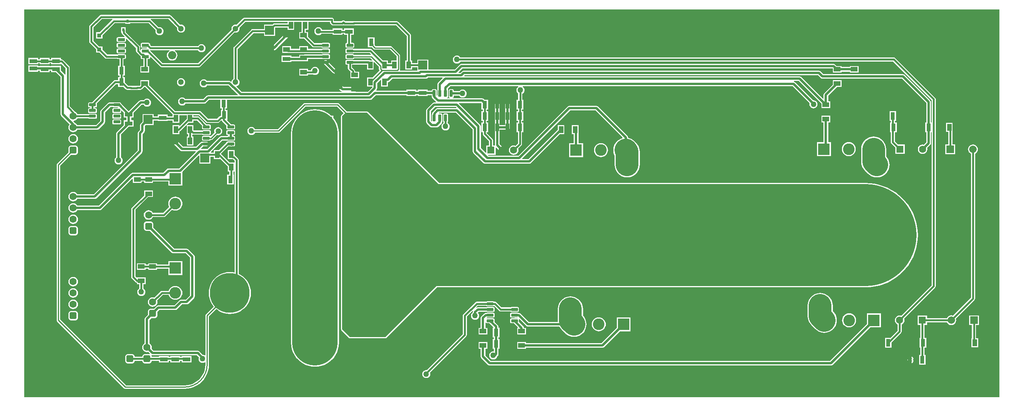
<source format=gbr>
G04*
G04 #@! TF.GenerationSoftware,Altium Limited,Altium Designer,24.1.2 (44)*
G04*
G04 Layer_Physical_Order=1*
G04 Layer_Color=255*
%FSLAX25Y25*%
%MOIN*%
G70*
G04*
G04 #@! TF.SameCoordinates,DAD59E85-0841-476F-99BD-E5F442491B29*
G04*
G04*
G04 #@! TF.FilePolarity,Positive*
G04*
G01*
G75*
%ADD15C,0.01000*%
%ADD19R,0.03740X0.06693*%
%ADD20R,0.09606X0.03504*%
%ADD21R,0.09606X0.22047*%
%ADD22R,0.06693X0.03740*%
G04:AMPARAMS|DCode=23|XSize=23.62mil|YSize=57.09mil|CornerRadius=2.01mil|HoleSize=0mil|Usage=FLASHONLY|Rotation=180.000|XOffset=0mil|YOffset=0mil|HoleType=Round|Shape=RoundedRectangle|*
%AMROUNDEDRECTD23*
21,1,0.02362,0.05307,0,0,180.0*
21,1,0.01961,0.05709,0,0,180.0*
1,1,0.00402,-0.00980,0.02653*
1,1,0.00402,0.00980,0.02653*
1,1,0.00402,0.00980,-0.02653*
1,1,0.00402,-0.00980,-0.02653*
%
%ADD23ROUNDEDRECTD23*%
%ADD24R,0.03937X0.05906*%
%ADD25R,0.07874X0.07874*%
%ADD26R,0.05906X0.03937*%
%ADD27R,0.07874X0.07874*%
G04:AMPARAMS|DCode=28|XSize=23.62mil|YSize=57.09mil|CornerRadius=2.01mil|HoleSize=0mil|Usage=FLASHONLY|Rotation=90.000|XOffset=0mil|YOffset=0mil|HoleType=Round|Shape=RoundedRectangle|*
%AMROUNDEDRECTD28*
21,1,0.02362,0.05307,0,0,90.0*
21,1,0.01961,0.05709,0,0,90.0*
1,1,0.00402,0.02653,0.00980*
1,1,0.00402,0.02653,-0.00980*
1,1,0.00402,-0.02653,-0.00980*
1,1,0.00402,-0.02653,0.00980*
%
%ADD28ROUNDEDRECTD28*%
G04:AMPARAMS|DCode=29|XSize=61.02mil|YSize=23.62mil|CornerRadius=2.01mil|HoleSize=0mil|Usage=FLASHONLY|Rotation=180.000|XOffset=0mil|YOffset=0mil|HoleType=Round|Shape=RoundedRectangle|*
%AMROUNDEDRECTD29*
21,1,0.06102,0.01961,0,0,180.0*
21,1,0.05701,0.02362,0,0,180.0*
1,1,0.00402,-0.02850,0.00980*
1,1,0.00402,0.02850,0.00980*
1,1,0.00402,0.02850,-0.00980*
1,1,0.00402,-0.02850,-0.00980*
%
%ADD29ROUNDEDRECTD29*%
%ADD30R,0.13418X0.06121*%
%ADD31R,0.03740X0.03543*%
%ADD32R,0.02200X0.02900*%
%ADD40C,0.10236*%
%ADD41R,0.10236X0.10236*%
%ADD45R,0.10236X0.10236*%
%ADD54C,0.01500*%
%ADD55C,0.02000*%
%ADD56C,0.20000*%
%ADD57C,0.90000*%
%ADD58C,0.10000*%
%ADD59C,0.40000*%
%ADD60C,0.35000*%
%ADD61R,0.06299X0.06299*%
%ADD62C,0.06299*%
%ADD63R,0.06299X0.06299*%
%ADD64C,0.06299*%
%ADD65C,0.06555*%
%ADD66R,0.06555X0.06555*%
G04:AMPARAMS|DCode=67|XSize=62.99mil|YSize=62.99mil|CornerRadius=15.75mil|HoleSize=0mil|Usage=FLASHONLY|Rotation=90.000|XOffset=0mil|YOffset=0mil|HoleType=Round|Shape=RoundedRectangle|*
%AMROUNDEDRECTD67*
21,1,0.06299,0.03150,0,0,90.0*
21,1,0.03150,0.06299,0,0,90.0*
1,1,0.03150,0.01575,0.01575*
1,1,0.03150,0.01575,-0.01575*
1,1,0.03150,-0.01575,-0.01575*
1,1,0.03150,-0.01575,0.01575*
%
%ADD67ROUNDEDRECTD67*%
%ADD68C,0.07244*%
%ADD69C,0.05118*%
%ADD70C,0.05000*%
G36*
X1918000Y307000D02*
X1059000D01*
Y649000D01*
X1918000D01*
Y307000D01*
D02*
G37*
%LPC*%
G36*
X1147221Y619705D02*
X1141520D01*
X1141051Y619611D01*
X1140654Y619346D01*
X1140389Y618949D01*
X1140295Y618480D01*
Y616520D01*
X1140389Y616051D01*
X1140654Y615654D01*
X1141051Y615389D01*
X1141520Y615295D01*
X1147221D01*
X1147689Y615389D01*
X1148086Y615654D01*
X1148352Y616051D01*
X1148445Y616520D01*
Y618480D01*
X1148352Y618949D01*
X1148086Y619346D01*
X1147689Y619611D01*
X1147221Y619705D01*
D02*
G37*
G36*
Y614705D02*
X1141520D01*
X1141051Y614611D01*
X1140654Y614346D01*
X1140389Y613949D01*
X1140295Y613480D01*
Y611520D01*
X1140389Y611051D01*
X1140654Y610654D01*
X1141051Y610389D01*
X1141520Y610295D01*
X1147221D01*
X1147689Y610389D01*
X1148086Y610654D01*
X1148352Y611051D01*
X1148445Y611520D01*
Y613480D01*
X1148352Y613949D01*
X1148086Y614346D01*
X1147689Y614611D01*
X1147221Y614705D01*
D02*
G37*
G36*
X1091346Y606358D02*
X1082654D01*
Y605272D01*
X1081347D01*
Y606358D01*
X1072653D01*
Y605272D01*
X1071346D01*
Y606358D01*
X1062654D01*
Y600618D01*
X1071346D01*
Y601704D01*
X1072653D01*
Y600618D01*
X1081347D01*
Y601704D01*
X1082654D01*
Y600618D01*
X1091346D01*
Y600618D01*
X1091708Y600768D01*
X1095316Y597160D01*
Y591487D01*
X1094816Y591394D01*
X1094442Y591954D01*
X1091346Y595049D01*
Y599382D01*
X1082654D01*
Y599039D01*
X1081347D01*
Y599382D01*
X1072653D01*
Y599039D01*
X1071346D01*
Y599870D01*
X1062654D01*
Y594130D01*
X1071346D01*
Y594961D01*
X1072653D01*
Y593642D01*
X1081347D01*
Y594961D01*
X1082654D01*
Y593642D01*
X1086986D01*
X1090961Y589667D01*
Y556717D01*
X1091116Y555937D01*
X1091558Y555275D01*
X1098968Y547865D01*
X1098375Y547093D01*
X1097957Y546083D01*
X1097815Y545000D01*
X1097957Y543917D01*
X1098375Y542907D01*
X1099041Y542040D01*
X1099907Y541375D01*
X1100917Y540957D01*
X1102000Y540815D01*
X1103083Y540957D01*
X1104093Y541375D01*
X1104959Y542040D01*
X1105625Y542907D01*
X1105647Y542961D01*
X1123000D01*
X1123780Y543116D01*
X1124442Y543558D01*
X1129442Y548558D01*
X1129884Y549220D01*
X1130039Y550000D01*
Y558155D01*
X1134845Y562961D01*
X1137226D01*
X1137335Y562889D01*
X1137803Y562795D01*
X1141450D01*
X1141511Y562705D01*
X1141243Y562205D01*
X1137803D01*
X1137335Y562111D01*
X1136937Y561846D01*
X1136672Y561449D01*
X1136579Y560980D01*
Y559020D01*
X1136672Y558551D01*
X1136937Y558154D01*
X1137335Y557889D01*
X1137803Y557795D01*
X1143110D01*
X1143579Y557889D01*
X1143976Y558154D01*
X1144241Y558551D01*
X1144335Y559020D01*
Y559617D01*
X1144796Y559808D01*
X1146653Y557951D01*
Y553618D01*
X1148961D01*
Y551382D01*
X1146653D01*
Y547049D01*
X1140558Y540954D01*
X1140116Y540292D01*
X1139961Y539512D01*
Y518847D01*
X1139504Y518496D01*
X1138943Y517765D01*
X1138590Y516914D01*
X1138470Y516000D01*
X1138590Y515086D01*
X1138943Y514235D01*
X1139504Y513504D01*
X1140235Y512943D01*
X1141086Y512590D01*
X1142000Y512470D01*
X1142914Y512590D01*
X1143765Y512943D01*
X1144496Y513504D01*
X1145057Y514235D01*
X1145410Y515086D01*
X1145530Y516000D01*
X1145410Y516914D01*
X1145057Y517765D01*
X1144496Y518496D01*
X1144039Y518847D01*
Y538667D01*
X1151014Y545642D01*
X1155346D01*
Y551382D01*
X1153039D01*
Y553618D01*
X1155346D01*
Y557951D01*
X1162356Y564961D01*
X1164153D01*
X1164504Y564504D01*
X1165235Y563943D01*
X1166086Y563590D01*
X1167000Y563470D01*
X1167914Y563590D01*
X1168765Y563943D01*
X1169496Y564504D01*
X1170057Y565235D01*
X1170410Y566086D01*
X1170530Y567000D01*
X1170410Y567914D01*
X1170057Y568765D01*
X1169496Y569496D01*
X1168765Y570057D01*
X1167914Y570410D01*
X1167000Y570530D01*
X1166086Y570410D01*
X1165235Y570057D01*
X1164504Y569496D01*
X1164153Y569039D01*
X1161512D01*
X1160731Y568884D01*
X1160070Y568442D01*
X1160070Y568442D01*
X1151000Y559372D01*
X1144320Y566052D01*
X1144241Y566449D01*
X1143976Y566846D01*
X1143579Y567111D01*
X1143110Y567205D01*
X1137803D01*
X1137335Y567111D01*
X1137226Y567039D01*
X1134000D01*
X1133220Y566884D01*
X1132558Y566442D01*
X1126558Y560442D01*
X1126116Y559780D01*
X1125961Y559000D01*
Y550845D01*
X1122155Y547039D01*
X1105647D01*
X1105625Y547093D01*
X1104959Y547960D01*
X1104093Y548625D01*
X1103687Y548793D01*
X1103442Y549159D01*
X1102257Y550344D01*
X1102436Y550872D01*
X1103083Y550957D01*
X1104093Y551375D01*
X1104959Y552040D01*
X1105625Y552907D01*
X1105752Y553216D01*
X1115440D01*
X1115481Y553154D01*
X1115878Y552889D01*
X1116346Y552795D01*
X1121653D01*
X1122122Y552889D01*
X1122519Y553154D01*
X1122785Y553551D01*
X1122878Y554020D01*
Y555980D01*
X1122785Y556449D01*
X1122519Y556846D01*
X1122122Y557111D01*
X1121653Y557205D01*
X1116346D01*
X1115878Y557111D01*
X1115481Y556846D01*
X1115440Y556784D01*
X1105752D01*
X1105625Y557093D01*
X1104959Y557960D01*
X1104093Y558625D01*
X1103598Y558830D01*
X1103262Y559333D01*
X1099297Y563297D01*
X1099297Y563297D01*
X1098885Y563710D01*
Y597900D01*
X1098749Y598582D01*
X1098362Y599161D01*
X1092980Y604544D01*
X1092401Y604931D01*
X1091718Y605066D01*
X1091346D01*
Y606358D01*
D02*
G37*
G36*
X1196968Y588590D02*
X1196039Y588467D01*
X1195174Y588109D01*
X1194430Y587538D01*
X1193860Y586795D01*
X1193501Y585929D01*
X1193379Y585000D01*
X1193501Y584071D01*
X1193860Y583205D01*
X1194430Y582462D01*
X1195174Y581891D01*
X1196039Y581533D01*
X1196968Y581410D01*
X1197898Y581533D01*
X1198763Y581891D01*
X1199507Y582462D01*
X1200077Y583205D01*
X1200436Y584071D01*
X1200558Y585000D01*
X1200436Y585929D01*
X1200077Y586795D01*
X1199507Y587538D01*
X1198763Y588109D01*
X1197898Y588467D01*
X1196968Y588590D01*
D02*
G37*
G36*
X1143110Y557205D02*
X1137803D01*
X1137335Y557111D01*
X1136937Y556846D01*
X1136672Y556449D01*
X1136579Y555980D01*
Y554020D01*
X1136672Y553551D01*
X1136937Y553154D01*
X1137335Y552889D01*
X1137803Y552795D01*
X1143110D01*
X1143579Y552889D01*
X1143976Y553154D01*
X1144241Y553551D01*
X1144335Y554020D01*
Y555980D01*
X1144241Y556449D01*
X1143976Y556846D01*
X1143579Y557111D01*
X1143110Y557205D01*
D02*
G37*
G36*
Y552205D02*
X1137803D01*
X1137335Y552111D01*
X1136937Y551846D01*
X1136672Y551449D01*
X1136579Y550980D01*
Y549020D01*
X1136672Y548551D01*
X1136937Y548154D01*
X1137335Y547889D01*
X1137803Y547795D01*
X1143110D01*
X1143579Y547889D01*
X1143976Y548154D01*
X1144241Y548551D01*
X1144335Y549020D01*
Y550980D01*
X1144241Y551449D01*
X1143976Y551846D01*
X1143579Y552111D01*
X1143110Y552205D01*
D02*
G37*
G36*
X1430980Y557421D02*
X1429020D01*
X1428551Y557328D01*
X1428154Y557063D01*
X1427889Y556665D01*
X1427795Y556197D01*
Y550890D01*
X1427889Y550421D01*
X1428154Y550024D01*
X1428216Y549983D01*
Y549043D01*
X1427504Y548496D01*
X1426943Y547765D01*
X1426590Y546914D01*
X1426470Y546000D01*
X1426590Y545086D01*
X1426943Y544235D01*
X1427504Y543504D01*
X1428235Y542943D01*
X1429086Y542590D01*
X1430000Y542470D01*
X1430914Y542590D01*
X1431765Y542943D01*
X1432496Y543504D01*
X1433057Y544235D01*
X1433410Y545086D01*
X1433530Y546000D01*
X1433410Y546914D01*
X1433057Y547765D01*
X1432496Y548496D01*
X1431784Y549043D01*
Y549983D01*
X1431846Y550024D01*
X1432111Y550421D01*
X1432205Y550890D01*
Y556197D01*
X1432111Y556665D01*
X1431846Y557063D01*
X1431449Y557328D01*
X1430980Y557421D01*
D02*
G37*
G36*
X1229715Y545297D02*
X1228801Y545176D01*
X1227950Y544824D01*
X1227219Y544263D01*
X1226658Y543532D01*
X1226305Y542680D01*
X1226185Y541766D01*
X1226305Y540853D01*
X1226402Y540617D01*
X1223101Y537316D01*
X1222791Y537346D01*
X1222394Y537611D01*
X1221925Y537705D01*
X1216618D01*
X1216150Y537611D01*
X1215752Y537346D01*
X1215487Y536949D01*
X1215394Y536480D01*
Y534520D01*
X1215487Y534051D01*
X1215752Y533654D01*
X1216150Y533389D01*
X1216618Y533295D01*
X1221925D01*
X1222394Y533389D01*
X1222791Y533654D01*
X1223003Y533971D01*
X1223448D01*
X1224034Y534087D01*
X1224530Y534419D01*
X1228565Y538454D01*
X1228801Y538356D01*
X1229715Y538236D01*
X1230628Y538356D01*
X1231480Y538709D01*
X1232211Y539270D01*
X1232772Y540001D01*
X1233125Y540853D01*
X1233245Y541766D01*
X1233125Y542680D01*
X1232772Y543532D01*
X1232211Y544263D01*
X1231480Y544824D01*
X1230628Y545176D01*
X1229715Y545297D01*
D02*
G37*
G36*
X1102000Y539185D02*
X1100917Y539043D01*
X1099907Y538625D01*
X1099041Y537959D01*
X1098375Y537093D01*
X1097957Y536083D01*
X1097815Y535000D01*
X1097957Y533917D01*
X1098375Y532907D01*
X1099041Y532041D01*
X1099907Y531375D01*
X1100917Y530957D01*
X1102000Y530815D01*
X1103083Y530957D01*
X1104093Y531375D01*
X1104959Y532041D01*
X1105625Y532907D01*
X1106043Y533917D01*
X1106185Y535000D01*
X1106043Y536083D01*
X1105625Y537093D01*
X1104959Y537959D01*
X1104093Y538625D01*
X1103083Y539043D01*
X1102000Y539185D01*
D02*
G37*
G36*
X1243382Y542705D02*
X1238075D01*
X1237606Y542611D01*
X1237209Y542346D01*
X1236944Y541949D01*
X1236850Y541480D01*
Y539520D01*
X1236944Y539051D01*
X1237209Y538654D01*
X1237606Y538389D01*
X1238075Y538295D01*
X1238689D01*
Y537705D01*
X1238075D01*
X1237606Y537611D01*
X1237498Y537539D01*
X1232500D01*
X1231720Y537384D01*
X1231058Y536942D01*
X1220092Y525976D01*
X1214568D01*
X1214377Y526438D01*
X1216400Y528461D01*
X1219272D01*
X1220052Y528616D01*
X1220714Y529058D01*
X1221156Y529720D01*
X1221311Y530500D01*
X1221156Y531280D01*
X1220714Y531942D01*
X1220052Y532384D01*
X1219272Y532539D01*
X1215555D01*
X1214775Y532384D01*
X1214113Y531942D01*
X1210210Y528039D01*
X1198845D01*
X1194441Y532443D01*
Y533000D01*
X1194285Y533780D01*
X1193843Y534442D01*
X1193182Y534884D01*
X1192402Y535039D01*
X1191621Y534884D01*
X1190960Y534442D01*
X1190518Y533780D01*
X1190362Y533000D01*
Y531598D01*
X1190518Y530818D01*
X1190960Y530157D01*
X1196558Y524558D01*
X1197220Y524116D01*
X1198000Y523961D01*
X1209721D01*
X1209913Y523499D01*
X1195350Y508937D01*
X1186053D01*
X1185273Y508782D01*
X1184612Y508340D01*
X1181311Y505039D01*
X1172963D01*
X1172959Y505041D01*
X1172179Y505197D01*
X1164616D01*
X1163836Y505041D01*
X1163833Y505039D01*
X1162963D01*
X1162959Y505041D01*
X1162179Y505197D01*
X1154617D01*
X1153836Y505041D01*
X1153174Y504599D01*
X1124614Y476039D01*
X1105647D01*
X1105625Y476093D01*
X1104959Y476960D01*
X1104093Y477625D01*
X1103083Y478043D01*
X1102000Y478185D01*
X1100917Y478043D01*
X1099907Y477625D01*
X1099041Y476960D01*
X1098375Y476093D01*
X1097957Y475083D01*
X1097815Y474000D01*
X1097957Y472917D01*
X1098375Y471907D01*
X1099041Y471040D01*
X1099907Y470375D01*
X1100917Y469957D01*
X1102000Y469815D01*
X1103083Y469957D01*
X1104093Y470375D01*
X1104959Y471040D01*
X1105625Y471907D01*
X1105647Y471961D01*
X1125459D01*
X1126239Y472116D01*
X1126901Y472558D01*
X1153983Y499640D01*
X1154445Y499449D01*
Y496220D01*
X1162350D01*
Y497405D01*
X1164445D01*
Y496220D01*
X1172350D01*
Y497405D01*
X1185882D01*
Y493661D01*
X1198118D01*
Y505898D01*
X1198118Y505898D01*
X1198118D01*
X1198430Y506248D01*
X1212601Y520420D01*
X1213063Y520228D01*
Y513063D01*
X1222937D01*
Y519216D01*
X1225732D01*
Y517047D01*
X1231669D01*
X1231669Y517047D01*
Y517047D01*
X1232028Y516748D01*
X1238331Y510445D01*
Y506047D01*
X1239515D01*
Y503346D01*
X1237642D01*
Y494654D01*
X1243382D01*
Y503346D01*
X1243083D01*
Y506047D01*
X1244216D01*
Y417418D01*
X1243829Y417101D01*
X1242420Y417381D01*
X1240000Y417540D01*
X1237580Y417381D01*
X1235202Y416908D01*
X1232905Y416128D01*
X1230730Y415056D01*
X1228714Y413708D01*
X1226890Y412110D01*
X1225292Y410286D01*
X1223944Y408270D01*
X1222872Y406095D01*
X1222092Y403798D01*
X1221619Y401420D01*
X1221460Y399000D01*
X1221619Y396580D01*
X1222092Y394202D01*
X1222872Y391905D01*
X1223944Y389730D01*
X1225292Y387714D01*
X1225880Y387043D01*
X1218919Y380081D01*
X1218587Y379585D01*
X1218471Y379000D01*
Y344081D01*
X1218022Y343860D01*
X1217765Y344057D01*
X1216914Y344410D01*
X1216186Y344506D01*
X1213249Y347442D01*
X1212588Y347884D01*
X1211808Y348039D01*
X1172845D01*
X1171021Y349863D01*
X1171043Y349917D01*
X1171185Y351000D01*
X1171043Y352083D01*
X1170625Y353093D01*
X1169960Y353959D01*
X1169093Y354625D01*
X1169039Y354647D01*
Y375155D01*
X1170712Y376828D01*
X1173575D01*
X1174247Y376917D01*
X1174873Y377176D01*
X1175411Y377589D01*
X1175824Y378127D01*
X1176083Y378753D01*
X1176172Y379425D01*
Y382288D01*
X1177845Y383961D01*
X1192000D01*
X1192780Y384116D01*
X1193442Y384558D01*
X1197845Y388961D01*
X1202000D01*
X1202780Y389116D01*
X1203442Y389558D01*
X1208442Y394558D01*
X1208884Y395220D01*
X1209039Y396000D01*
Y431000D01*
X1208884Y431780D01*
X1208442Y432442D01*
X1203442Y437442D01*
X1202780Y437884D01*
X1202000Y438039D01*
X1191132D01*
X1172569Y456602D01*
Y459465D01*
X1172481Y460137D01*
X1172221Y460763D01*
X1171809Y461301D01*
X1171271Y461714D01*
X1170645Y461973D01*
X1169972Y462062D01*
X1166823D01*
X1166151Y461973D01*
X1165524Y461714D01*
X1164987Y461301D01*
X1164574Y460763D01*
X1164314Y460137D01*
X1164226Y459465D01*
Y456315D01*
X1164314Y455643D01*
X1164574Y455016D01*
X1164987Y454479D01*
X1165524Y454066D01*
X1166151Y453806D01*
X1166823Y453718D01*
X1169686D01*
X1188846Y434558D01*
X1188846Y434558D01*
X1189507Y434116D01*
X1190287Y433961D01*
X1190287Y433961D01*
X1201155D01*
X1204961Y430155D01*
Y396845D01*
X1201155Y393039D01*
X1197000D01*
X1196220Y392884D01*
X1195558Y392442D01*
X1191155Y388039D01*
X1177000D01*
X1176220Y387884D01*
X1175558Y387442D01*
X1173288Y385172D01*
X1170425D01*
X1169753Y385083D01*
X1169127Y384824D01*
X1168589Y384411D01*
X1168176Y383873D01*
X1167917Y383247D01*
X1167828Y382575D01*
Y379712D01*
X1165558Y377442D01*
X1165116Y376780D01*
X1164961Y376000D01*
Y354647D01*
X1164907Y354625D01*
X1164040Y353959D01*
X1163375Y353093D01*
X1162957Y352083D01*
X1162815Y351000D01*
X1162957Y349917D01*
X1163375Y348907D01*
X1164040Y348041D01*
X1164907Y347375D01*
X1165917Y346957D01*
X1167000Y346815D01*
X1168083Y346957D01*
X1168137Y346979D01*
X1169665Y345451D01*
X1169381Y345028D01*
X1169247Y345083D01*
X1168575Y345172D01*
X1165425D01*
X1164753Y345083D01*
X1164127Y344824D01*
X1163589Y344411D01*
X1163176Y343873D01*
X1162917Y343247D01*
X1162856Y342784D01*
X1156144D01*
X1156083Y343247D01*
X1155824Y343873D01*
X1155411Y344411D01*
X1154873Y344824D01*
X1154247Y345083D01*
X1153575Y345172D01*
X1150425D01*
X1149753Y345083D01*
X1149127Y344824D01*
X1148589Y344411D01*
X1148176Y343873D01*
X1147917Y343247D01*
X1147828Y342575D01*
Y339425D01*
X1147917Y338753D01*
X1148176Y338127D01*
X1148589Y337589D01*
X1149127Y337176D01*
X1149753Y336917D01*
X1150425Y336828D01*
X1153575D01*
X1154247Y336917D01*
X1154873Y337176D01*
X1155411Y337589D01*
X1155824Y338127D01*
X1156083Y338753D01*
X1156144Y339216D01*
X1162856D01*
X1162917Y338753D01*
X1163176Y338127D01*
X1163589Y337589D01*
X1164127Y337176D01*
X1164753Y336917D01*
X1165425Y336828D01*
X1168575D01*
X1169247Y336917D01*
X1169873Y337176D01*
X1170411Y337589D01*
X1170824Y338127D01*
X1171083Y338753D01*
X1171144Y339216D01*
X1177654D01*
Y337618D01*
X1186347D01*
Y339216D01*
X1187654D01*
Y337618D01*
X1196346D01*
Y339216D01*
X1197653D01*
Y337618D01*
X1206347D01*
Y343358D01*
X1197653D01*
Y342784D01*
X1196346D01*
Y343358D01*
X1187654D01*
Y342784D01*
X1186347D01*
Y343358D01*
X1177654D01*
Y342784D01*
X1171144D01*
X1171083Y343247D01*
X1170878Y343743D01*
X1171159Y344049D01*
X1171238Y344112D01*
X1172000Y343961D01*
X1210963D01*
X1212713Y342211D01*
X1212590Y341914D01*
X1212470Y341000D01*
X1212590Y340086D01*
X1212943Y339235D01*
X1213504Y338504D01*
X1214235Y337943D01*
X1215086Y337590D01*
X1216000Y337470D01*
X1216914Y337590D01*
X1217765Y337943D01*
X1218022Y338140D01*
X1218471Y337919D01*
Y336000D01*
X1218485Y335928D01*
X1218331Y333587D01*
X1217860Y331214D01*
X1217082Y328924D01*
X1216012Y326755D01*
X1214669Y324744D01*
X1213074Y322926D01*
X1211256Y321331D01*
X1209245Y319988D01*
X1207076Y318918D01*
X1204786Y318140D01*
X1202413Y317669D01*
X1200072Y317515D01*
X1200000Y317529D01*
X1148633D01*
X1090529Y375634D01*
Y511367D01*
X1100042Y520879D01*
X1100425Y520828D01*
X1103575D01*
X1104247Y520917D01*
X1104873Y521176D01*
X1105411Y521589D01*
X1105824Y522127D01*
X1106083Y522753D01*
X1106172Y523425D01*
Y526575D01*
X1106083Y527247D01*
X1105824Y527873D01*
X1105411Y528411D01*
X1104873Y528824D01*
X1104247Y529083D01*
X1103575Y529172D01*
X1100425D01*
X1099753Y529083D01*
X1099127Y528824D01*
X1098589Y528411D01*
X1098176Y527873D01*
X1097917Y527247D01*
X1097828Y526575D01*
Y523425D01*
X1097879Y523042D01*
X1087919Y513081D01*
X1087587Y512585D01*
X1087471Y512000D01*
Y375000D01*
X1087587Y374415D01*
X1087919Y373919D01*
X1146919Y314919D01*
X1147415Y314587D01*
X1148000Y314471D01*
X1200000D01*
Y314454D01*
X1202812Y314638D01*
X1205577Y315188D01*
X1208245Y316094D01*
X1210773Y317340D01*
X1213116Y318906D01*
X1215235Y320765D01*
X1217094Y322884D01*
X1218659Y325227D01*
X1219906Y327755D01*
X1220812Y330423D01*
X1221362Y333188D01*
X1221546Y336000D01*
X1221529D01*
Y378366D01*
X1228043Y384880D01*
X1228714Y384292D01*
X1230730Y382944D01*
X1232905Y381872D01*
X1235202Y381092D01*
X1237580Y380619D01*
X1240000Y380460D01*
X1242420Y380619D01*
X1244798Y381092D01*
X1247095Y381872D01*
X1249270Y382944D01*
X1251286Y384292D01*
X1253109Y385891D01*
X1254708Y387714D01*
X1256056Y389730D01*
X1257128Y391905D01*
X1257908Y394202D01*
X1258381Y396580D01*
X1258540Y399000D01*
X1258381Y401420D01*
X1257908Y403798D01*
X1257128Y406095D01*
X1256056Y408270D01*
X1254708Y410286D01*
X1253109Y412110D01*
X1251286Y413708D01*
X1249270Y415056D01*
X1247784Y415788D01*
Y516299D01*
X1247784Y516299D01*
X1247649Y516982D01*
X1247262Y517561D01*
X1244764Y520059D01*
X1244268Y520390D01*
Y524953D01*
X1238331D01*
Y517047D01*
X1242345D01*
X1242518Y517013D01*
X1242763D01*
X1244216Y515560D01*
Y513953D01*
X1239870D01*
X1232023Y521799D01*
X1238519Y528295D01*
X1240594D01*
X1240616Y528281D01*
X1241299Y528145D01*
X1241982Y528281D01*
X1242004Y528295D01*
X1243382D01*
X1243850Y528389D01*
X1244248Y528654D01*
X1244513Y529051D01*
X1244606Y529520D01*
Y531480D01*
X1244513Y531949D01*
X1244248Y532346D01*
X1243850Y532611D01*
X1243382Y532705D01*
X1238075D01*
X1237606Y532611D01*
X1237209Y532346D01*
X1236944Y531949D01*
X1236898Y531721D01*
X1230130Y524953D01*
X1225732D01*
Y522784D01*
X1223375D01*
X1223168Y523284D01*
X1233345Y533461D01*
X1237498D01*
X1237606Y533389D01*
X1238075Y533295D01*
X1243382D01*
X1243850Y533389D01*
X1244248Y533654D01*
X1244513Y534051D01*
X1244606Y534520D01*
Y536480D01*
X1244513Y536949D01*
X1244248Y537346D01*
X1243850Y537611D01*
X1243382Y537705D01*
X1242768D01*
Y538295D01*
X1243382D01*
X1243850Y538389D01*
X1244248Y538654D01*
X1244513Y539051D01*
X1244606Y539520D01*
Y541480D01*
X1244513Y541949D01*
X1244248Y542346D01*
X1243850Y542611D01*
X1243382Y542705D01*
D02*
G37*
G36*
X1826847Y559346D02*
X1821106D01*
Y550654D01*
X1822192D01*
Y549346D01*
X1821618D01*
Y540654D01*
X1822192D01*
Y532137D01*
X1822328Y531454D01*
X1822715Y530875D01*
X1826066Y527525D01*
Y521749D01*
X1834365D01*
Y530048D01*
X1828589D01*
X1825761Y532876D01*
Y540654D01*
X1827358D01*
Y549346D01*
X1825761D01*
Y550654D01*
X1826847D01*
Y559346D01*
D02*
G37*
G36*
X1876669Y548953D02*
X1870732D01*
Y541047D01*
X1872811D01*
Y530045D01*
X1870318D01*
Y521489D01*
X1878873D01*
Y530045D01*
X1876380D01*
Y541047D01*
X1876669D01*
Y548953D01*
D02*
G37*
G36*
X1768953Y555370D02*
X1761047D01*
Y549433D01*
X1762961D01*
Y532056D01*
X1757173D01*
Y519820D01*
X1769409D01*
Y532056D01*
X1767039D01*
Y549433D01*
X1768953D01*
Y555370D01*
D02*
G37*
G36*
X1785181Y532085D02*
X1783981Y531967D01*
X1782828Y531617D01*
X1781765Y531049D01*
X1780834Y530285D01*
X1780069Y529353D01*
X1779501Y528290D01*
X1779151Y527137D01*
X1779033Y525938D01*
X1779151Y524738D01*
X1779501Y523585D01*
X1780069Y522522D01*
X1780834Y521591D01*
X1781765Y520826D01*
X1782828Y520258D01*
X1783981Y519908D01*
X1785181Y519790D01*
X1786380Y519908D01*
X1787533Y520258D01*
X1788596Y520826D01*
X1789528Y521591D01*
X1790292Y522522D01*
X1790861Y523585D01*
X1791210Y524738D01*
X1791328Y525938D01*
X1791210Y527137D01*
X1790861Y528290D01*
X1790292Y529353D01*
X1789528Y530285D01*
X1788596Y531049D01*
X1787533Y531617D01*
X1786380Y531967D01*
X1785181Y532085D01*
D02*
G37*
G36*
X1547268Y546953D02*
X1541331D01*
Y539047D01*
X1542961D01*
Y531118D01*
X1538882D01*
Y518882D01*
X1551118D01*
Y531118D01*
X1547039D01*
Y539047D01*
X1547268D01*
Y546953D01*
D02*
G37*
G36*
X1566890Y531148D02*
X1565690Y531030D01*
X1564537Y530680D01*
X1563474Y530112D01*
X1562543Y529347D01*
X1561778Y528415D01*
X1561210Y527353D01*
X1560860Y526199D01*
X1560742Y525000D01*
X1560860Y523801D01*
X1561210Y522647D01*
X1561778Y521585D01*
X1562543Y520653D01*
X1563474Y519888D01*
X1564537Y519320D01*
X1565690Y518970D01*
X1566890Y518852D01*
X1568089Y518970D01*
X1569242Y519320D01*
X1570305Y519888D01*
X1571237Y520653D01*
X1572001Y521585D01*
X1572569Y522647D01*
X1572919Y523801D01*
X1573038Y525000D01*
X1572919Y526199D01*
X1572569Y527353D01*
X1572001Y528415D01*
X1571237Y529347D01*
X1570305Y530112D01*
X1569242Y530680D01*
X1568089Y531030D01*
X1566890Y531148D01*
D02*
G37*
G36*
X1807071Y536972D02*
X1805345Y536836D01*
X1803661Y536432D01*
X1802061Y535769D01*
X1800585Y534864D01*
X1799268Y533740D01*
X1798144Y532423D01*
X1797239Y530947D01*
X1796577Y529347D01*
X1796172Y527664D01*
X1796037Y525938D01*
Y514940D01*
X1796172Y513214D01*
X1796577Y511531D01*
X1797239Y509931D01*
X1798144Y508455D01*
X1799268Y507138D01*
X1802198Y504209D01*
X1803514Y503084D01*
X1804991Y502180D01*
X1806590Y501517D01*
X1808274Y501113D01*
X1810000Y500977D01*
X1811726Y501113D01*
X1813410Y501517D01*
X1815009Y502180D01*
X1816486Y503084D01*
X1817802Y504209D01*
X1818927Y505525D01*
X1819831Y507002D01*
X1820494Y508601D01*
X1820898Y510285D01*
X1821034Y512011D01*
X1820898Y513737D01*
X1820494Y515421D01*
X1819831Y517020D01*
X1818927Y518497D01*
X1818105Y519459D01*
Y525938D01*
X1817969Y527664D01*
X1817565Y529347D01*
X1816902Y530947D01*
X1815997Y532423D01*
X1814873Y533740D01*
X1813556Y534864D01*
X1812080Y535769D01*
X1810480Y536432D01*
X1808797Y536836D01*
X1807071Y536972D01*
D02*
G37*
G36*
X1192000Y484037D02*
X1190801Y483919D01*
X1189647Y483569D01*
X1188585Y483001D01*
X1187653Y482237D01*
X1186888Y481305D01*
X1186320Y480242D01*
X1185970Y479089D01*
X1185852Y477890D01*
X1185970Y476690D01*
X1186320Y475537D01*
X1186600Y475013D01*
X1181261Y469674D01*
X1172150D01*
X1172022Y469982D01*
X1171357Y470849D01*
X1170490Y471514D01*
X1169481Y471933D01*
X1168398Y472075D01*
X1167314Y471933D01*
X1166305Y471514D01*
X1165438Y470849D01*
X1164773Y469982D01*
X1164355Y468973D01*
X1164212Y467890D01*
X1164355Y466807D01*
X1164773Y465797D01*
X1165438Y464930D01*
X1166305Y464265D01*
X1167314Y463847D01*
X1168398Y463704D01*
X1169481Y463847D01*
X1170490Y464265D01*
X1171357Y464930D01*
X1172022Y465797D01*
X1172150Y466106D01*
X1182000D01*
X1182683Y466241D01*
X1183262Y466628D01*
X1189124Y472490D01*
X1189647Y472210D01*
X1190801Y471860D01*
X1192000Y471742D01*
X1193199Y471860D01*
X1194353Y472210D01*
X1195415Y472778D01*
X1196347Y473543D01*
X1197112Y474474D01*
X1197680Y475537D01*
X1198030Y476690D01*
X1198148Y477890D01*
X1198030Y479089D01*
X1197680Y480242D01*
X1197112Y481305D01*
X1196347Y482237D01*
X1195415Y483001D01*
X1194353Y483569D01*
X1193199Y483919D01*
X1192000Y484037D01*
D02*
G37*
G36*
X1102000Y468185D02*
X1100917Y468043D01*
X1099907Y467625D01*
X1099041Y466959D01*
X1098375Y466093D01*
X1097957Y465083D01*
X1097815Y464000D01*
X1097957Y462917D01*
X1098375Y461907D01*
X1099041Y461040D01*
X1099907Y460375D01*
X1100917Y459957D01*
X1102000Y459815D01*
X1103083Y459957D01*
X1104093Y460375D01*
X1104959Y461040D01*
X1105625Y461907D01*
X1106043Y462917D01*
X1106185Y464000D01*
X1106043Y465083D01*
X1105625Y466093D01*
X1104959Y466959D01*
X1104093Y467625D01*
X1103083Y468043D01*
X1102000Y468185D01*
D02*
G37*
G36*
X1103575Y458172D02*
X1100425D01*
X1099753Y458083D01*
X1099127Y457824D01*
X1098589Y457411D01*
X1098176Y456873D01*
X1097917Y456247D01*
X1097828Y455575D01*
Y452425D01*
X1097917Y451753D01*
X1098176Y451127D01*
X1098589Y450589D01*
X1099127Y450176D01*
X1099753Y449917D01*
X1100425Y449828D01*
X1103575D01*
X1104247Y449917D01*
X1104873Y450176D01*
X1105411Y450589D01*
X1105824Y451127D01*
X1106083Y451753D01*
X1106172Y452425D01*
Y455575D01*
X1106083Y456247D01*
X1105824Y456873D01*
X1105411Y457411D01*
X1104873Y457824D01*
X1104247Y458083D01*
X1103575Y458172D01*
D02*
G37*
G36*
X1198118Y427118D02*
X1185882D01*
Y424084D01*
X1175953D01*
Y425268D01*
X1168047D01*
Y424084D01*
X1165953D01*
Y425268D01*
X1158047D01*
Y419331D01*
X1165953D01*
Y420515D01*
X1168047D01*
Y419331D01*
X1175953D01*
Y420515D01*
X1185882D01*
Y414882D01*
X1198118D01*
Y427118D01*
D02*
G37*
G36*
X1102000Y413185D02*
X1100917Y413043D01*
X1099907Y412625D01*
X1099041Y411960D01*
X1098375Y411093D01*
X1097957Y410083D01*
X1097815Y409000D01*
X1097957Y407917D01*
X1098375Y406907D01*
X1099041Y406040D01*
X1099907Y405375D01*
X1100917Y404957D01*
X1102000Y404815D01*
X1103083Y404957D01*
X1104093Y405375D01*
X1104959Y406040D01*
X1105625Y406907D01*
X1106043Y407917D01*
X1106185Y409000D01*
X1106043Y410083D01*
X1105625Y411093D01*
X1104959Y411960D01*
X1104093Y412625D01*
X1103083Y413043D01*
X1102000Y413185D01*
D02*
G37*
G36*
X1172350Y489559D02*
X1164445D01*
Y485161D01*
X1153738Y474455D01*
X1153351Y473876D01*
X1153216Y473193D01*
Y413000D01*
X1153351Y412317D01*
X1153738Y411738D01*
X1157038Y408439D01*
X1157038Y408439D01*
X1157616Y408052D01*
X1158047Y407967D01*
Y406732D01*
X1160216D01*
Y403043D01*
X1159504Y402496D01*
X1158943Y401765D01*
X1158590Y400914D01*
X1158470Y400000D01*
X1158590Y399086D01*
X1158943Y398235D01*
X1159504Y397504D01*
X1160235Y396943D01*
X1161086Y396590D01*
X1162000Y396470D01*
X1162914Y396590D01*
X1163765Y396943D01*
X1164496Y397504D01*
X1165057Y398235D01*
X1165410Y399086D01*
X1165530Y400000D01*
X1165410Y400914D01*
X1165057Y401765D01*
X1164496Y402496D01*
X1163784Y403043D01*
Y406732D01*
X1165953D01*
Y412669D01*
X1158047D01*
X1158047Y412669D01*
Y412669D01*
X1157638Y412886D01*
X1156784Y413739D01*
Y472454D01*
X1167953Y483622D01*
X1172350D01*
Y489559D01*
D02*
G37*
G36*
X1102000Y403185D02*
X1100917Y403043D01*
X1099907Y402625D01*
X1099041Y401960D01*
X1098375Y401093D01*
X1097957Y400083D01*
X1097815Y399000D01*
X1097957Y397917D01*
X1098375Y396907D01*
X1099041Y396041D01*
X1099907Y395375D01*
X1100917Y394957D01*
X1102000Y394815D01*
X1103083Y394957D01*
X1104093Y395375D01*
X1104959Y396041D01*
X1105625Y396907D01*
X1106043Y397917D01*
X1106185Y399000D01*
X1106043Y400083D01*
X1105625Y401093D01*
X1104959Y401960D01*
X1104093Y402625D01*
X1103083Y403043D01*
X1102000Y403185D01*
D02*
G37*
G36*
X1192000Y405258D02*
X1190801Y405140D01*
X1189647Y404790D01*
X1188585Y404222D01*
X1187653Y403457D01*
X1186888Y402526D01*
X1186320Y401463D01*
X1186148Y400894D01*
X1180110D01*
X1179427Y400759D01*
X1178849Y400372D01*
X1173392Y394915D01*
X1173083Y395043D01*
X1172000Y395185D01*
X1170917Y395043D01*
X1169907Y394625D01*
X1169040Y393959D01*
X1168375Y393093D01*
X1167957Y392083D01*
X1167815Y391000D01*
X1167957Y389917D01*
X1168375Y388907D01*
X1169040Y388040D01*
X1169907Y387375D01*
X1170917Y386957D01*
X1172000Y386815D01*
X1173083Y386957D01*
X1174093Y387375D01*
X1174959Y388040D01*
X1175625Y388907D01*
X1176043Y389917D01*
X1176185Y391000D01*
X1176043Y392083D01*
X1175915Y392392D01*
X1180849Y397326D01*
X1186148D01*
X1186320Y396758D01*
X1186888Y395695D01*
X1187653Y394763D01*
X1188585Y393999D01*
X1189647Y393430D01*
X1190801Y393081D01*
X1192000Y392963D01*
X1193199Y393081D01*
X1194353Y393430D01*
X1195415Y393999D01*
X1196347Y394763D01*
X1197112Y395695D01*
X1197680Y396758D01*
X1198030Y397911D01*
X1198148Y399110D01*
X1198030Y400310D01*
X1197680Y401463D01*
X1197112Y402526D01*
X1196347Y403457D01*
X1195415Y404222D01*
X1194353Y404790D01*
X1193199Y405140D01*
X1192000Y405258D01*
D02*
G37*
G36*
X1102000Y393185D02*
X1100917Y393043D01*
X1099907Y392625D01*
X1099041Y391960D01*
X1098375Y391093D01*
X1097957Y390083D01*
X1097815Y389000D01*
X1097957Y387917D01*
X1098375Y386907D01*
X1099041Y386040D01*
X1099907Y385375D01*
X1100917Y384957D01*
X1102000Y384815D01*
X1103083Y384957D01*
X1104093Y385375D01*
X1104959Y386040D01*
X1105625Y386907D01*
X1106043Y387917D01*
X1106185Y389000D01*
X1106043Y390083D01*
X1105625Y391093D01*
X1104959Y391960D01*
X1104093Y392625D01*
X1103083Y393043D01*
X1102000Y393185D01*
D02*
G37*
G36*
X1471925Y391705D02*
X1466618D01*
X1466150Y391611D01*
X1465752Y391346D01*
X1465711Y391284D01*
X1457500D01*
X1456817Y391148D01*
X1456238Y390762D01*
X1456238Y390762D01*
X1445738Y380262D01*
X1445352Y379683D01*
X1445216Y379000D01*
Y362739D01*
X1413448Y330971D01*
X1413000Y331030D01*
X1412086Y330910D01*
X1411235Y330557D01*
X1410504Y329996D01*
X1409943Y329265D01*
X1409590Y328414D01*
X1409470Y327500D01*
X1409590Y326586D01*
X1409943Y325735D01*
X1410504Y325004D01*
X1411235Y324443D01*
X1412086Y324090D01*
X1413000Y323970D01*
X1413914Y324090D01*
X1414765Y324443D01*
X1415496Y325004D01*
X1416057Y325735D01*
X1416410Y326586D01*
X1416530Y327500D01*
X1416410Y328414D01*
X1416271Y328748D01*
X1448262Y360738D01*
X1448648Y361317D01*
X1448784Y362000D01*
Y378261D01*
X1453940Y383416D01*
X1454328Y383097D01*
X1454116Y382780D01*
X1453961Y382000D01*
Y381847D01*
X1453504Y381496D01*
X1452943Y380765D01*
X1452590Y379914D01*
X1452470Y379000D01*
X1452590Y378086D01*
X1452943Y377235D01*
X1453504Y376504D01*
X1454235Y375943D01*
X1455086Y375590D01*
X1456000Y375470D01*
X1456914Y375590D01*
X1457765Y375943D01*
X1458496Y376504D01*
X1459057Y377235D01*
X1459410Y378086D01*
X1459530Y379000D01*
X1459410Y379914D01*
X1459057Y380765D01*
X1458496Y381496D01*
X1458489Y381605D01*
X1459345Y382461D01*
X1466041D01*
X1466150Y382389D01*
X1466618Y382295D01*
X1471925D01*
X1472394Y382389D01*
X1472791Y382654D01*
X1473056Y383051D01*
X1473149Y383520D01*
Y385480D01*
X1473056Y385949D01*
X1472791Y386346D01*
X1472394Y386611D01*
X1471925Y386705D01*
X1466618D01*
X1466150Y386611D01*
X1466041Y386539D01*
X1458500D01*
X1457720Y386384D01*
X1457403Y386172D01*
X1457084Y386561D01*
X1458239Y387716D01*
X1465711D01*
X1465752Y387654D01*
X1466150Y387389D01*
X1466618Y387295D01*
X1471925D01*
X1472394Y387389D01*
X1472791Y387654D01*
X1472820Y387657D01*
X1477238Y383238D01*
X1477238Y383238D01*
X1477817Y382852D01*
X1478500Y382716D01*
X1478500Y382716D01*
X1487168D01*
X1487209Y382654D01*
X1487606Y382389D01*
X1488075Y382295D01*
X1493382D01*
X1493850Y382389D01*
X1494248Y382654D01*
X1494513Y383051D01*
X1494606Y383520D01*
Y385480D01*
X1494513Y385949D01*
X1494248Y386346D01*
X1493850Y386611D01*
X1493382Y386705D01*
X1488075D01*
X1487606Y386611D01*
X1487209Y386346D01*
X1487168Y386284D01*
X1479239D01*
X1474762Y390762D01*
X1474183Y391148D01*
X1473500Y391284D01*
X1472832D01*
X1472791Y391346D01*
X1472394Y391611D01*
X1471925Y391705D01*
D02*
G37*
G36*
X1894595Y530082D02*
X1893479Y529935D01*
X1892438Y529503D01*
X1891545Y528818D01*
X1890859Y527924D01*
X1890428Y526884D01*
X1890281Y525767D01*
X1890428Y524650D01*
X1890859Y523610D01*
X1891545Y522716D01*
X1892438Y522031D01*
X1892811Y521876D01*
Y394884D01*
X1876940Y379013D01*
X1876567Y379168D01*
X1875451Y379314D01*
X1874334Y379168D01*
X1873293Y378736D01*
X1872400Y378051D01*
X1871714Y377157D01*
X1871560Y376784D01*
X1854150D01*
Y379150D01*
X1845850D01*
Y370850D01*
X1848216D01*
Y359347D01*
X1847642D01*
Y350654D01*
X1848216D01*
Y344346D01*
X1847130D01*
Y335653D01*
X1852870D01*
Y344346D01*
X1851784D01*
Y350654D01*
X1853382D01*
Y359347D01*
X1851784D01*
Y370850D01*
X1854150D01*
Y373216D01*
X1871560D01*
X1871714Y372843D01*
X1872400Y371949D01*
X1873293Y371264D01*
X1874334Y370832D01*
X1875451Y370686D01*
X1876567Y370832D01*
X1877608Y371264D01*
X1878501Y371949D01*
X1879187Y372843D01*
X1879618Y373883D01*
X1879765Y375000D01*
X1879618Y376117D01*
X1879464Y376490D01*
X1895857Y392883D01*
X1895857Y392883D01*
X1896244Y393462D01*
X1896380Y394145D01*
X1896380Y394145D01*
Y521876D01*
X1896753Y522031D01*
X1897646Y522716D01*
X1898332Y523610D01*
X1898763Y524650D01*
X1898910Y525767D01*
X1898763Y526884D01*
X1898332Y527924D01*
X1897646Y528818D01*
X1896753Y529503D01*
X1895712Y529935D01*
X1894595Y530082D01*
D02*
G37*
G36*
X1126500Y644284D02*
X1125817Y644148D01*
X1125238Y643762D01*
X1125238Y643762D01*
X1116738Y635262D01*
X1116352Y634683D01*
X1116216Y634000D01*
Y620799D01*
X1116352Y620116D01*
X1116738Y619537D01*
X1122130Y614146D01*
Y611028D01*
X1125248D01*
X1130037Y606238D01*
X1130616Y605852D01*
X1131299Y605716D01*
X1131299Y605716D01*
X1140613D01*
X1140654Y605654D01*
X1141051Y605389D01*
X1141520Y605295D01*
X1142704D01*
Y599346D01*
X1141618D01*
Y590654D01*
X1142704D01*
Y589347D01*
X1141618D01*
Y586784D01*
X1139000D01*
X1138317Y586649D01*
X1137738Y586262D01*
X1118681Y567205D01*
X1116346D01*
X1115878Y567111D01*
X1115481Y566846D01*
X1115215Y566449D01*
X1115122Y565980D01*
Y564020D01*
X1115215Y563551D01*
X1115481Y563154D01*
X1115878Y562889D01*
X1116346Y562795D01*
X1117216D01*
Y562205D01*
X1116346D01*
X1115878Y562111D01*
X1115481Y561846D01*
X1115215Y561449D01*
X1115122Y560980D01*
Y559020D01*
X1115215Y558551D01*
X1115481Y558154D01*
X1115878Y557889D01*
X1116346Y557795D01*
X1121653D01*
X1122122Y557889D01*
X1122519Y558154D01*
X1122785Y558551D01*
X1122878Y559020D01*
Y560980D01*
X1122785Y561449D01*
X1122519Y561846D01*
X1122122Y562111D01*
X1121653Y562205D01*
X1120784D01*
Y562795D01*
X1121653D01*
X1122122Y562889D01*
X1122519Y563154D01*
X1122785Y563551D01*
X1122878Y564020D01*
Y565980D01*
X1122816Y566292D01*
X1139739Y583216D01*
X1141618D01*
Y580653D01*
X1146311D01*
X1148227Y578738D01*
X1148227Y578738D01*
X1148805Y578351D01*
X1149488Y578216D01*
X1149488Y578216D01*
X1152432D01*
X1152917Y578119D01*
X1152917Y578119D01*
X1158107D01*
X1158592Y578216D01*
X1161299D01*
X1161982Y578351D01*
X1162561Y578738D01*
X1164555Y580732D01*
X1165445D01*
X1189433Y556744D01*
Y554784D01*
X1185347D01*
Y556382D01*
X1176653D01*
Y554784D01*
X1172937D01*
Y556937D01*
X1163063D01*
Y549947D01*
X1161558Y548442D01*
X1161116Y547780D01*
X1160961Y547000D01*
Y542799D01*
X1159558Y541396D01*
X1159116Y540735D01*
X1158961Y539954D01*
Y524845D01*
X1120155Y486039D01*
X1105647D01*
X1105625Y486093D01*
X1104959Y486960D01*
X1104093Y487625D01*
X1103083Y488043D01*
X1102000Y488185D01*
X1100917Y488043D01*
X1099907Y487625D01*
X1099041Y486960D01*
X1098375Y486093D01*
X1097957Y485083D01*
X1097815Y484000D01*
X1097957Y482917D01*
X1098375Y481907D01*
X1099041Y481040D01*
X1099907Y480375D01*
X1100917Y479957D01*
X1102000Y479815D01*
X1103083Y479957D01*
X1104093Y480375D01*
X1104959Y481040D01*
X1105625Y481907D01*
X1105647Y481961D01*
X1121000D01*
X1121780Y482116D01*
X1122442Y482558D01*
X1162442Y522558D01*
X1162884Y523220D01*
X1163039Y524000D01*
Y539110D01*
X1164442Y540513D01*
X1164884Y541174D01*
X1165039Y541954D01*
Y546155D01*
X1165947Y547063D01*
X1172937D01*
Y551216D01*
X1176653D01*
Y550642D01*
X1185347D01*
Y551216D01*
X1189433D01*
Y549047D01*
X1195370D01*
Y555919D01*
X1202032D01*
Y552555D01*
X1195832Y546355D01*
X1195370Y546547D01*
Y546953D01*
X1189433D01*
Y539047D01*
X1195370D01*
Y541289D01*
X1195683Y541352D01*
X1196262Y541738D01*
X1201571Y547047D01*
X1202032Y546801D01*
X1202032Y546516D01*
Y539047D01*
X1203216D01*
Y536953D01*
X1202032D01*
Y529047D01*
X1207969D01*
Y536953D01*
X1206784D01*
Y538348D01*
X1207284Y538759D01*
X1207500Y538716D01*
X1215711D01*
X1215752Y538654D01*
X1216150Y538389D01*
X1216618Y538295D01*
X1221925D01*
X1222394Y538389D01*
X1222791Y538654D01*
X1223056Y539051D01*
X1223149Y539520D01*
Y541480D01*
X1223056Y541949D01*
X1222791Y542346D01*
X1222394Y542611D01*
X1221925Y542705D01*
X1216618D01*
X1216150Y542611D01*
X1215752Y542346D01*
X1215711Y542284D01*
X1208239D01*
X1207969Y542555D01*
Y546953D01*
X1202505D01*
X1202183Y546953D01*
X1201937Y547414D01*
X1203571Y549047D01*
X1207969D01*
Y551216D01*
X1211033D01*
X1215456Y546792D01*
X1215394Y546480D01*
Y544520D01*
X1215487Y544051D01*
X1215752Y543654D01*
X1216150Y543389D01*
X1216618Y543295D01*
X1221925D01*
X1222394Y543389D01*
X1222791Y543654D01*
X1223056Y544051D01*
X1223149Y544520D01*
Y546480D01*
X1223056Y546949D01*
X1222791Y547346D01*
X1222394Y547611D01*
X1221925Y547705D01*
X1219590D01*
X1213033Y554262D01*
X1212455Y554648D01*
X1211772Y554784D01*
X1207969D01*
Y555919D01*
X1212558D01*
X1218835Y549642D01*
X1219414Y549255D01*
X1220096Y549119D01*
X1220096Y549119D01*
X1229415D01*
X1230098Y549255D01*
X1230677Y549642D01*
X1232306Y551271D01*
X1232849Y551107D01*
X1232863Y551034D01*
X1233250Y550455D01*
X1236913Y546792D01*
X1236850Y546480D01*
Y544520D01*
X1236944Y544051D01*
X1237209Y543654D01*
X1237606Y543389D01*
X1238075Y543295D01*
X1243382D01*
X1243850Y543389D01*
X1244248Y543654D01*
X1244513Y544051D01*
X1244606Y544520D01*
Y546480D01*
X1244513Y546949D01*
X1244248Y547346D01*
X1243850Y547611D01*
X1243382Y547705D01*
X1241047D01*
X1237560Y551192D01*
X1237751Y551653D01*
X1237870D01*
Y560347D01*
X1236296D01*
Y561654D01*
X1237382D01*
Y569307D01*
X1363589D01*
X1364369Y569462D01*
X1365031Y569905D01*
X1368599Y573473D01*
X1395654D01*
Y572642D01*
X1404346D01*
Y573473D01*
X1405653D01*
Y572642D01*
X1414347D01*
Y573473D01*
X1417795D01*
Y572346D01*
X1417889Y571878D01*
X1418154Y571481D01*
X1418218Y571438D01*
X1418297Y571038D01*
X1418739Y570377D01*
X1421577Y567539D01*
X1421370Y567039D01*
X1420000D01*
X1419220Y566884D01*
X1418558Y566442D01*
X1413558Y561442D01*
X1413116Y560780D01*
X1412961Y560000D01*
Y550000D01*
X1412961Y550000D01*
X1413116Y549220D01*
X1413558Y548558D01*
X1416558Y545558D01*
X1417220Y545116D01*
X1418000Y544961D01*
X1422000D01*
X1422780Y545116D01*
X1423442Y545558D01*
X1426442Y548558D01*
X1426884Y549220D01*
X1427039Y550000D01*
Y550313D01*
X1427111Y550421D01*
X1427205Y550890D01*
Y556197D01*
X1427111Y556665D01*
X1426846Y557063D01*
X1426449Y557328D01*
X1425980Y557421D01*
X1424547D01*
X1424264Y557921D01*
X1424288Y557961D01*
X1439155D01*
X1453961Y543155D01*
Y523929D01*
X1454116Y523149D01*
X1454558Y522487D01*
X1463487Y513558D01*
X1464149Y513116D01*
X1464929Y512961D01*
X1503701D01*
X1504481Y513116D01*
X1505143Y513558D01*
X1530632Y539047D01*
X1534669D01*
Y546953D01*
X1528732D01*
Y542915D01*
X1502856Y517039D01*
X1497576D01*
X1497385Y517501D01*
X1539845Y559961D01*
X1562155D01*
X1586018Y536098D01*
X1585882Y535617D01*
X1585370Y535494D01*
X1583770Y534831D01*
X1582294Y533927D01*
X1580977Y532802D01*
X1579853Y531486D01*
X1578948Y530009D01*
X1578286Y528410D01*
X1577881Y526726D01*
X1577746Y525000D01*
X1577881Y523274D01*
X1578286Y521590D01*
X1578948Y519991D01*
X1578966Y519962D01*
Y512011D01*
X1579102Y510285D01*
X1579506Y508601D01*
X1580169Y507002D01*
X1581073Y505525D01*
X1582198Y504209D01*
X1583514Y503084D01*
X1584991Y502180D01*
X1586590Y501517D01*
X1588274Y501113D01*
X1590000Y500977D01*
X1591726Y501113D01*
X1593410Y501517D01*
X1595009Y502180D01*
X1596486Y503084D01*
X1597802Y504209D01*
X1598927Y505525D01*
X1599831Y507002D01*
X1600494Y508601D01*
X1600898Y510285D01*
X1601034Y512011D01*
Y523779D01*
X1600898Y525506D01*
X1600494Y527189D01*
X1599831Y528789D01*
X1598927Y530265D01*
X1597802Y531582D01*
X1596582Y532802D01*
X1595265Y533927D01*
X1593789Y534831D01*
X1592189Y535494D01*
X1590819Y535823D01*
Y536220D01*
X1590819Y536221D01*
X1590664Y537001D01*
X1590221Y537662D01*
X1564442Y563442D01*
X1563780Y563884D01*
X1563000Y564039D01*
X1539000D01*
X1539000Y564039D01*
X1538220Y563884D01*
X1537558Y563442D01*
X1494155Y520039D01*
X1467845D01*
X1467495Y520389D01*
X1467687Y520850D01*
X1474150D01*
Y527313D01*
X1474611Y527505D01*
X1478558Y523558D01*
X1479220Y523116D01*
X1480000Y522961D01*
X1480780Y523116D01*
X1481442Y523558D01*
X1481884Y524220D01*
X1482039Y525000D01*
X1481884Y525780D01*
X1481442Y526442D01*
X1477551Y530333D01*
Y542961D01*
X1484488D01*
X1485268Y543116D01*
X1485930Y543558D01*
X1486372Y544220D01*
X1486527Y545000D01*
Y555000D01*
Y565000D01*
X1486372Y565780D01*
X1485930Y566442D01*
X1485268Y566884D01*
X1484488Y567039D01*
X1483708Y566884D01*
X1483046Y566442D01*
X1482604Y565780D01*
X1482449Y565000D01*
Y555000D01*
Y547039D01*
X1477551D01*
Y555000D01*
Y565000D01*
X1477396Y565780D01*
X1476954Y566442D01*
X1476292Y566884D01*
X1475512Y567039D01*
X1474732Y566884D01*
X1474070Y566442D01*
X1473628Y565780D01*
X1473473Y565000D01*
Y555000D01*
Y545000D01*
Y529488D01*
X1473195Y529150D01*
X1471784D01*
Y533889D01*
X1471784Y533889D01*
X1471649Y534572D01*
X1471262Y535151D01*
X1471262Y535151D01*
X1466273Y540140D01*
Y540654D01*
X1467358D01*
Y549346D01*
X1466273D01*
Y550654D01*
X1467358D01*
Y559346D01*
X1466273D01*
Y560653D01*
X1467358D01*
Y569347D01*
X1464502D01*
X1464422Y569427D01*
X1464422Y569427D01*
X1463768Y570080D01*
X1463107Y570522D01*
X1462326Y570677D01*
X1436307D01*
X1436258Y571177D01*
X1436449Y571215D01*
X1436846Y571481D01*
X1437111Y571878D01*
X1437205Y572346D01*
Y572961D01*
X1442153D01*
X1442504Y572504D01*
X1443235Y571943D01*
X1444086Y571590D01*
X1445000Y571470D01*
X1445914Y571590D01*
X1446765Y571943D01*
X1447496Y572504D01*
X1448057Y573235D01*
X1448410Y574086D01*
X1448530Y575000D01*
X1448410Y575914D01*
X1448057Y576765D01*
X1447496Y577496D01*
X1446765Y578057D01*
X1445914Y578410D01*
X1445000Y578530D01*
X1444086Y578410D01*
X1443235Y578057D01*
X1442504Y577496D01*
X1442153Y577039D01*
X1437205D01*
Y577654D01*
X1437111Y578122D01*
X1436846Y578519D01*
X1436449Y578785D01*
X1435980Y578878D01*
X1434020D01*
X1433551Y578785D01*
X1433154Y578519D01*
X1432889Y578122D01*
X1432795Y577654D01*
Y572346D01*
X1432889Y571878D01*
X1433154Y571481D01*
X1433551Y571215D01*
X1433742Y571177D01*
X1433693Y570677D01*
X1431307D01*
X1431258Y571177D01*
X1431449Y571215D01*
X1431846Y571481D01*
X1432111Y571878D01*
X1432205Y572346D01*
Y577654D01*
X1432111Y578122D01*
X1432039Y578230D01*
Y579155D01*
X1434345Y581461D01*
X1493956D01*
X1494109Y580961D01*
X1493504Y580496D01*
X1492943Y579765D01*
X1492590Y578914D01*
X1492470Y578000D01*
X1492590Y577086D01*
X1492943Y576235D01*
X1493504Y575504D01*
X1493972Y575145D01*
Y569347D01*
X1492642D01*
Y560653D01*
X1493727D01*
Y559346D01*
X1492642D01*
Y550654D01*
X1493727D01*
Y549346D01*
X1492642D01*
Y540654D01*
X1493727D01*
Y531251D01*
X1491392Y528915D01*
X1491083Y529043D01*
X1490000Y529185D01*
X1488917Y529043D01*
X1487907Y528625D01*
X1487041Y527959D01*
X1486375Y527093D01*
X1485957Y526083D01*
X1485815Y525000D01*
X1485957Y523917D01*
X1486375Y522907D01*
X1487041Y522041D01*
X1487907Y521375D01*
X1488917Y520957D01*
X1490000Y520815D01*
X1491083Y520957D01*
X1492093Y521375D01*
X1492959Y522041D01*
X1493625Y522907D01*
X1494043Y523917D01*
X1494185Y525000D01*
X1494043Y526083D01*
X1493915Y526392D01*
X1496774Y529250D01*
X1496774Y529250D01*
X1497160Y529829D01*
X1497296Y530512D01*
X1497296Y530512D01*
Y540654D01*
X1498382D01*
Y549346D01*
X1497296D01*
Y550654D01*
X1498382D01*
Y559346D01*
X1497296D01*
Y560653D01*
X1498382D01*
Y569347D01*
X1497540D01*
Y574850D01*
X1497765Y574943D01*
X1498496Y575504D01*
X1499057Y576235D01*
X1499410Y577086D01*
X1499530Y578000D01*
X1499410Y578914D01*
X1499057Y579765D01*
X1498496Y580496D01*
X1497891Y580961D01*
X1498044Y581461D01*
X1735655D01*
X1750704Y566412D01*
X1750687Y566372D01*
X1750567Y565458D01*
X1750687Y564545D01*
X1751040Y563693D01*
X1751601Y562962D01*
X1752332Y562401D01*
X1753183Y562048D01*
X1754097Y561928D01*
X1755011Y562048D01*
X1755862Y562401D01*
X1756593Y562962D01*
X1757154Y563693D01*
X1757507Y564545D01*
X1757627Y565458D01*
X1757507Y566372D01*
X1757154Y567224D01*
X1756593Y567955D01*
X1755862Y568516D01*
X1755011Y568868D01*
X1754097Y568989D01*
X1753919Y568965D01*
X1737942Y584942D01*
X1737280Y585384D01*
X1736894Y585461D01*
X1736943Y585961D01*
X1741155D01*
X1761047Y566069D01*
Y562032D01*
X1768953D01*
Y567969D01*
X1767039D01*
Y572856D01*
X1774915Y580732D01*
X1778953D01*
Y586669D01*
X1771047D01*
Y582632D01*
X1763558Y575143D01*
X1763116Y574481D01*
X1762961Y573701D01*
Y570576D01*
X1762499Y570385D01*
X1743442Y589442D01*
X1742780Y589884D01*
X1742000Y590039D01*
X1446576D01*
X1446385Y590501D01*
X1446845Y590961D01*
X1758155D01*
X1760558Y588558D01*
X1761220Y588116D01*
X1762000Y587961D01*
X1832155D01*
X1853473Y566643D01*
Y549346D01*
X1852642D01*
Y540654D01*
X1853473D01*
Y532040D01*
X1851352Y529919D01*
X1851299Y529941D01*
X1850215Y530084D01*
X1849132Y529941D01*
X1848122Y529523D01*
X1847256Y528858D01*
X1846590Y527991D01*
X1846172Y526982D01*
X1846030Y525898D01*
X1846172Y524815D01*
X1846590Y523806D01*
X1847256Y522939D01*
X1848122Y522274D01*
X1849132Y521855D01*
X1850215Y521713D01*
X1851299Y521855D01*
X1852308Y522274D01*
X1853175Y522939D01*
X1853840Y523806D01*
X1854258Y524815D01*
X1854401Y525898D01*
X1854258Y526982D01*
X1854236Y527035D01*
X1856954Y529753D01*
X1857396Y530415D01*
X1857551Y531195D01*
Y540654D01*
X1858216D01*
Y405739D01*
X1831392Y378915D01*
X1831083Y379043D01*
X1830000Y379185D01*
X1828917Y379043D01*
X1827907Y378625D01*
X1827040Y377959D01*
X1826375Y377093D01*
X1825957Y376083D01*
X1825815Y375000D01*
X1825957Y373917D01*
X1826375Y372907D01*
X1827040Y372041D01*
X1827907Y371375D01*
X1828216Y371248D01*
Y365739D01*
X1821823Y359347D01*
X1817130D01*
Y350654D01*
X1822870D01*
Y355347D01*
X1831262Y363738D01*
X1831262Y363738D01*
X1831648Y364317D01*
X1831784Y365000D01*
X1831784Y365000D01*
Y371248D01*
X1832093Y371375D01*
X1832960Y372041D01*
X1833625Y372907D01*
X1834043Y373917D01*
X1834185Y375000D01*
X1834043Y376083D01*
X1833915Y376392D01*
X1861262Y403738D01*
X1861262Y403738D01*
X1861649Y404317D01*
X1861784Y405000D01*
X1861784Y405000D01*
Y570000D01*
X1861649Y570683D01*
X1861262Y571262D01*
X1861262Y571262D01*
X1826262Y606262D01*
X1825683Y606648D01*
X1825000Y606784D01*
X1443042D01*
X1442496Y607496D01*
X1441765Y608057D01*
X1440914Y608410D01*
X1440000Y608530D01*
X1439086Y608410D01*
X1438235Y608057D01*
X1437504Y607496D01*
X1436943Y606765D01*
X1436590Y605914D01*
X1436470Y605000D01*
X1436590Y604086D01*
X1436943Y603235D01*
X1437504Y602504D01*
X1438235Y601943D01*
X1439086Y601590D01*
X1440000Y601470D01*
X1440914Y601590D01*
X1441765Y601943D01*
X1442496Y602504D01*
X1443042Y603216D01*
X1824261D01*
X1858216Y569261D01*
Y549346D01*
X1857551D01*
Y567488D01*
X1857396Y568269D01*
X1856954Y568930D01*
X1834442Y591442D01*
X1833780Y591884D01*
X1833000Y592039D01*
X1762845D01*
X1760442Y594442D01*
X1759780Y594884D01*
X1759000Y595039D01*
X1446000D01*
X1445220Y594884D01*
X1444558Y594442D01*
X1443155Y593039D01*
X1441576D01*
X1441385Y593501D01*
X1444845Y596961D01*
X1771031D01*
X1771047Y596945D01*
Y593331D01*
X1778953D01*
Y594260D01*
X1786047D01*
Y593331D01*
X1793953D01*
Y599268D01*
X1786047D01*
Y598338D01*
X1778953D01*
Y599268D01*
X1774491D01*
X1774489Y599270D01*
X1774489Y599270D01*
X1773318Y600442D01*
X1772656Y600884D01*
X1771876Y601039D01*
X1444000D01*
X1443220Y600884D01*
X1442558Y600442D01*
X1438155Y596039D01*
X1414937D01*
Y604937D01*
X1405063D01*
Y601784D01*
X1400567D01*
Y603953D01*
X1399383D01*
Y626402D01*
X1399383Y626402D01*
X1399247Y627084D01*
X1398860Y627663D01*
X1388262Y638262D01*
X1387683Y638649D01*
X1387000Y638784D01*
X1349180D01*
X1349180Y638784D01*
X1348635Y638676D01*
X1341668D01*
X1341262Y639082D01*
X1340683Y639469D01*
X1340000Y639605D01*
X1339317Y639469D01*
X1338738Y639082D01*
X1338738Y639082D01*
X1338332Y638676D01*
X1331688D01*
Y640000D01*
X1331552Y640683D01*
X1331165Y641262D01*
X1330586Y641648D01*
X1329904Y641784D01*
X1252756D01*
X1252756Y641784D01*
X1252073Y641648D01*
X1251494Y641262D01*
X1245940Y635707D01*
X1245929Y635711D01*
X1245000Y635834D01*
X1244071Y635711D01*
X1243205Y635353D01*
X1242462Y634782D01*
X1241891Y634039D01*
X1241533Y633173D01*
X1241410Y632244D01*
X1241533Y631315D01*
X1241537Y631304D01*
X1212017Y601784D01*
X1180739D01*
X1169888Y612635D01*
X1169952Y613177D01*
X1170000Y613216D01*
X1186800D01*
X1186899Y612716D01*
X1186763Y612659D01*
X1185798Y611918D01*
X1185057Y610953D01*
X1184591Y609829D01*
X1184433Y608622D01*
X1184591Y607415D01*
X1185057Y606291D01*
X1185798Y605326D01*
X1186763Y604585D01*
X1187888Y604119D01*
X1189095Y603960D01*
X1190301Y604119D01*
X1191425Y604585D01*
X1192391Y605326D01*
X1193132Y606291D01*
X1193598Y607415D01*
X1193756Y608622D01*
X1193598Y609829D01*
X1193132Y610953D01*
X1192391Y611918D01*
X1191425Y612659D01*
X1191290Y612716D01*
X1191389Y613216D01*
X1211957D01*
X1212504Y612504D01*
X1213235Y611943D01*
X1214086Y611590D01*
X1215000Y611470D01*
X1215914Y611590D01*
X1216765Y611943D01*
X1217496Y612504D01*
X1218057Y613235D01*
X1218410Y614086D01*
X1218530Y615000D01*
X1218410Y615914D01*
X1218057Y616765D01*
X1217496Y617496D01*
X1216765Y618057D01*
X1215914Y618410D01*
X1215000Y618530D01*
X1214086Y618410D01*
X1213235Y618057D01*
X1212504Y617496D01*
X1211957Y616784D01*
X1170739D01*
X1169705Y617819D01*
Y618480D01*
X1169611Y618949D01*
X1169346Y619346D01*
X1168949Y619611D01*
X1168480Y619705D01*
X1162780D01*
X1162311Y619611D01*
X1161914Y619346D01*
X1161648Y618949D01*
X1161555Y618480D01*
Y616520D01*
X1161648Y616051D01*
X1161914Y615654D01*
X1162311Y615389D01*
X1162780Y615295D01*
X1166822D01*
X1166883Y615205D01*
X1166616Y614705D01*
X1162780D01*
X1162311Y614611D01*
X1161914Y614346D01*
X1161648Y613949D01*
X1161555Y613480D01*
Y613424D01*
X1161055Y613182D01*
X1160829Y613359D01*
Y615956D01*
X1160693Y616638D01*
X1160306Y617217D01*
X1160306Y617217D01*
X1148350Y629173D01*
Y633550D01*
X1144150D01*
Y628650D01*
X1144657D01*
Y628559D01*
X1144793Y627876D01*
X1145179Y627297D01*
X1147288Y625189D01*
X1147276Y625107D01*
X1147065Y624705D01*
X1141520D01*
X1141051Y624611D01*
X1140654Y624346D01*
X1140389Y623949D01*
X1140295Y623480D01*
Y621520D01*
X1140389Y621051D01*
X1140654Y620654D01*
X1141051Y620389D01*
X1141520Y620295D01*
X1147221D01*
X1147689Y620389D01*
X1148086Y620654D01*
X1148352Y621051D01*
X1148445Y621520D01*
Y623325D01*
X1148847Y623536D01*
X1148929Y623548D01*
X1157260Y615216D01*
Y612496D01*
X1157396Y611813D01*
X1157783Y611234D01*
X1160710Y608307D01*
X1160710Y608307D01*
X1161289Y607920D01*
X1161555Y607867D01*
Y606520D01*
X1161648Y606051D01*
X1161914Y605654D01*
X1162311Y605389D01*
X1162780Y605295D01*
X1163846D01*
Y599268D01*
X1161047D01*
Y593331D01*
X1168953D01*
Y599268D01*
X1167414D01*
Y605295D01*
X1168480D01*
X1168949Y605389D01*
X1169346Y605654D01*
X1169611Y606051D01*
X1169705Y606520D01*
Y607119D01*
X1170167Y607310D01*
X1178738Y598738D01*
X1179317Y598351D01*
X1180000Y598216D01*
X1180000Y598216D01*
X1212756D01*
X1213439Y598351D01*
X1214018Y598738D01*
X1244060Y628781D01*
X1244071Y628777D01*
X1245000Y628654D01*
X1245929Y628777D01*
X1246795Y629135D01*
X1247538Y629706D01*
X1248109Y630449D01*
X1248467Y631315D01*
X1248590Y632244D01*
X1248467Y633173D01*
X1248463Y633184D01*
X1253495Y638216D01*
X1290732D01*
Y636784D01*
X1279252D01*
X1278569Y636649D01*
X1277990Y636262D01*
X1277990Y636262D01*
X1277414Y635685D01*
X1270063D01*
Y631784D01*
X1260000D01*
X1259317Y631648D01*
X1258738Y631262D01*
X1258738Y631262D01*
X1243738Y616262D01*
X1243351Y615683D01*
X1243216Y615000D01*
Y588113D01*
X1243205Y588109D01*
X1242462Y587538D01*
X1241891Y586795D01*
X1241533Y585929D01*
X1241487Y585583D01*
X1241269Y585509D01*
X1240967Y585461D01*
X1240333Y585884D01*
X1239552Y586039D01*
X1219847D01*
X1219496Y586496D01*
X1218765Y587057D01*
X1217914Y587410D01*
X1217000Y587530D01*
X1216086Y587410D01*
X1215235Y587057D01*
X1214504Y586496D01*
X1213943Y585765D01*
X1213590Y584914D01*
X1213470Y584000D01*
X1213590Y583086D01*
X1213943Y582235D01*
X1214504Y581504D01*
X1215235Y580943D01*
X1216086Y580590D01*
X1217000Y580470D01*
X1217914Y580590D01*
X1218765Y580943D01*
X1219496Y581504D01*
X1219847Y581961D01*
X1238708D01*
X1241670Y578999D01*
X1242331Y578557D01*
X1242616Y578500D01*
X1247269Y573848D01*
X1247077Y573386D01*
X1220790D01*
X1220009Y573230D01*
X1219348Y572788D01*
X1216599Y570039D01*
X1200847D01*
X1200496Y570496D01*
X1199765Y571057D01*
X1198914Y571410D01*
X1198000Y571530D01*
X1197086Y571410D01*
X1196235Y571057D01*
X1195504Y570496D01*
X1194943Y569765D01*
X1194590Y568914D01*
X1194470Y568000D01*
X1194590Y567086D01*
X1194943Y566235D01*
X1195504Y565504D01*
X1196235Y564943D01*
X1197086Y564590D01*
X1198000Y564470D01*
X1198914Y564590D01*
X1199765Y564943D01*
X1200496Y565504D01*
X1200847Y565961D01*
X1217443D01*
X1218224Y566116D01*
X1218885Y566558D01*
X1221634Y569307D01*
X1231642D01*
Y561654D01*
X1232728D01*
Y560347D01*
X1232130D01*
Y555815D01*
X1232057Y555329D01*
X1231374Y555193D01*
X1230795Y554807D01*
X1228676Y552688D01*
X1220835D01*
X1214559Y558964D01*
X1213980Y559351D01*
X1213297Y559487D01*
X1191737D01*
X1168953Y582271D01*
Y586669D01*
X1161047D01*
Y582271D01*
X1160560Y581784D01*
X1158203D01*
X1158203Y581784D01*
X1157718Y581688D01*
X1153305D01*
X1152820Y581784D01*
X1150227D01*
X1147358Y584653D01*
Y589347D01*
X1146272D01*
Y590654D01*
X1147358D01*
Y599346D01*
X1146272D01*
Y605295D01*
X1147221D01*
X1147689Y605389D01*
X1148086Y605654D01*
X1148352Y606051D01*
X1148445Y606520D01*
Y608480D01*
X1148352Y608949D01*
X1148086Y609346D01*
X1147689Y609611D01*
X1147221Y609705D01*
X1141520D01*
X1141051Y609611D01*
X1140654Y609346D01*
X1140613Y609284D01*
X1132038D01*
X1127870Y613452D01*
Y616571D01*
X1124752D01*
X1119784Y621538D01*
Y633261D01*
X1127239Y640716D01*
X1136367D01*
X1136518Y640216D01*
X1136438Y640162D01*
X1136438Y640162D01*
X1125248Y628972D01*
X1122130D01*
Y623429D01*
X1127870D01*
Y626547D01*
X1138438Y637116D01*
X1147900D01*
Y636450D01*
X1152100D01*
Y637116D01*
X1168361D01*
X1174587Y630890D01*
X1174470Y630000D01*
X1174590Y629086D01*
X1174943Y628235D01*
X1175504Y627504D01*
X1176235Y626943D01*
X1177086Y626590D01*
X1178000Y626470D01*
X1178914Y626590D01*
X1179765Y626943D01*
X1180496Y627504D01*
X1181057Y628235D01*
X1181410Y629086D01*
X1181530Y630000D01*
X1181410Y630914D01*
X1181057Y631765D01*
X1180496Y632496D01*
X1179765Y633057D01*
X1178914Y633410D01*
X1178000Y633530D01*
X1177110Y633413D01*
X1170362Y640162D01*
X1170281Y640216D01*
X1170432Y640716D01*
X1185973D01*
X1193505Y633184D01*
X1193501Y633173D01*
X1193379Y632244D01*
X1193501Y631315D01*
X1193860Y630449D01*
X1194430Y629706D01*
X1195174Y629135D01*
X1196039Y628777D01*
X1196968Y628654D01*
X1197898Y628777D01*
X1198763Y629135D01*
X1199507Y629706D01*
X1200077Y630449D01*
X1200436Y631315D01*
X1200558Y632244D01*
X1200436Y633173D01*
X1200077Y634039D01*
X1199507Y634782D01*
X1198763Y635353D01*
X1197898Y635711D01*
X1196968Y635834D01*
X1196039Y635711D01*
X1196029Y635707D01*
X1187974Y643762D01*
X1187395Y644148D01*
X1186713Y644284D01*
X1126500D01*
X1126500Y644284D01*
D02*
G37*
G36*
X1103575Y383172D02*
X1100425D01*
X1099753Y383083D01*
X1099127Y382824D01*
X1098589Y382411D01*
X1098176Y381873D01*
X1097917Y381247D01*
X1097828Y380575D01*
Y377425D01*
X1097917Y376753D01*
X1098176Y376127D01*
X1098589Y375589D01*
X1099127Y375176D01*
X1099753Y374917D01*
X1100425Y374828D01*
X1103575D01*
X1104247Y374917D01*
X1104873Y375176D01*
X1105411Y375589D01*
X1105824Y376127D01*
X1106083Y376753D01*
X1106172Y377425D01*
Y380575D01*
X1106083Y381247D01*
X1105824Y381873D01*
X1105411Y382411D01*
X1104873Y382824D01*
X1104247Y383083D01*
X1103575Y383172D01*
D02*
G37*
G36*
X1540000Y396034D02*
X1538274Y395898D01*
X1536590Y395494D01*
X1534991Y394831D01*
X1533514Y393927D01*
X1532198Y392802D01*
X1531073Y391486D01*
X1530169Y390009D01*
X1529506Y388410D01*
X1529102Y386726D01*
X1528966Y385000D01*
Y374508D01*
X1529021Y373804D01*
X1528682Y373437D01*
X1503447D01*
X1496123Y380761D01*
X1495461Y381203D01*
X1494681Y381358D01*
X1494230D01*
X1493850Y381611D01*
X1493382Y381705D01*
X1488075D01*
X1487606Y381611D01*
X1487209Y381346D01*
X1486944Y380949D01*
X1486850Y380480D01*
Y378520D01*
X1486944Y378051D01*
X1487209Y377654D01*
X1487606Y377389D01*
X1488075Y377295D01*
X1490831D01*
X1490909Y377280D01*
X1493477D01*
X1493684Y377035D01*
X1493555Y376814D01*
X1493382Y376705D01*
X1488075D01*
X1487606Y376611D01*
X1487209Y376346D01*
X1486944Y375949D01*
X1486850Y375480D01*
Y373520D01*
X1486944Y373051D01*
X1487209Y372654D01*
X1487606Y372389D01*
X1488075Y372295D01*
X1490049D01*
X1493615Y368730D01*
X1493423Y368268D01*
X1493047D01*
Y362331D01*
X1500953D01*
Y368268D01*
X1499031D01*
X1498884Y369009D01*
X1498442Y369670D01*
X1494604Y373508D01*
X1494606Y373520D01*
Y375480D01*
X1495020Y375962D01*
X1495140Y375976D01*
X1501160Y369956D01*
X1501822Y369514D01*
X1502602Y369358D01*
X1530254D01*
X1531073Y368022D01*
X1532198Y366706D01*
X1535308Y363595D01*
X1536625Y362471D01*
X1538101Y361566D01*
X1539701Y360904D01*
X1541384Y360500D01*
X1543110Y360364D01*
X1544836Y360500D01*
X1546520Y360904D01*
X1548120Y361566D01*
X1549596Y362471D01*
X1550912Y363595D01*
X1552037Y364912D01*
X1552942Y366388D01*
X1553604Y367988D01*
X1554008Y369672D01*
X1554144Y371398D01*
X1554008Y373124D01*
X1553604Y374807D01*
X1552942Y376407D01*
X1552037Y377883D01*
X1551034Y379058D01*
Y385000D01*
X1550898Y386726D01*
X1550494Y388410D01*
X1549831Y390009D01*
X1548927Y391486D01*
X1547802Y392802D01*
X1546486Y393927D01*
X1545009Y394831D01*
X1543410Y395494D01*
X1541726Y395898D01*
X1540000Y396034D01*
D02*
G37*
G36*
X1785448Y381092D02*
X1784249Y380974D01*
X1783096Y380624D01*
X1782033Y380056D01*
X1781101Y379291D01*
X1780337Y378359D01*
X1779769Y377297D01*
X1779419Y376143D01*
X1779301Y374944D01*
X1779419Y373745D01*
X1779769Y372591D01*
X1780337Y371529D01*
X1781101Y370597D01*
X1782033Y369832D01*
X1783096Y369264D01*
X1784249Y368914D01*
X1785448Y368796D01*
X1786648Y368914D01*
X1787801Y369264D01*
X1788864Y369832D01*
X1789796Y370597D01*
X1790560Y371529D01*
X1791128Y372591D01*
X1791478Y373745D01*
X1791596Y374944D01*
X1791478Y376143D01*
X1791128Y377297D01*
X1790560Y378359D01*
X1789796Y379291D01*
X1788864Y380056D01*
X1787801Y380624D01*
X1786648Y380974D01*
X1785448Y381092D01*
D02*
G37*
G36*
X1565000Y377545D02*
X1563801Y377427D01*
X1562647Y377077D01*
X1561584Y376509D01*
X1560653Y375745D01*
X1559888Y374813D01*
X1559320Y373750D01*
X1558970Y372597D01*
X1558852Y371398D01*
X1558970Y370198D01*
X1559320Y369045D01*
X1559888Y367982D01*
X1560653Y367051D01*
X1561584Y366286D01*
X1562647Y365718D01*
X1563801Y365368D01*
X1565000Y365250D01*
X1566199Y365368D01*
X1567353Y365718D01*
X1568416Y366286D01*
X1569347Y367051D01*
X1570112Y367982D01*
X1570680Y369045D01*
X1571030Y370198D01*
X1571148Y371398D01*
X1571030Y372597D01*
X1570680Y373750D01*
X1570112Y374813D01*
X1569347Y375745D01*
X1568416Y376509D01*
X1567353Y377077D01*
X1566199Y377427D01*
X1565000Y377545D01*
D02*
G37*
G36*
X1760000Y399023D02*
X1758274Y398887D01*
X1756590Y398483D01*
X1754991Y397820D01*
X1753514Y396916D01*
X1752198Y395791D01*
X1751073Y394475D01*
X1750169Y392998D01*
X1749506Y391399D01*
X1749102Y389715D01*
X1748966Y387989D01*
Y378503D01*
X1749102Y376777D01*
X1749506Y375093D01*
X1750169Y373493D01*
X1751073Y372017D01*
X1752198Y370701D01*
X1755757Y367142D01*
X1757073Y366017D01*
X1758549Y365113D01*
X1760149Y364450D01*
X1761833Y364046D01*
X1763559Y363910D01*
X1765285Y364046D01*
X1766968Y364450D01*
X1768568Y365113D01*
X1770044Y366017D01*
X1771361Y367142D01*
X1772485Y368458D01*
X1773390Y369935D01*
X1774053Y371534D01*
X1774457Y373218D01*
X1774593Y374944D01*
X1774457Y376670D01*
X1774053Y378354D01*
X1773390Y379953D01*
X1772485Y381430D01*
X1771361Y382746D01*
X1771034Y383073D01*
Y387989D01*
X1770898Y389715D01*
X1770494Y391399D01*
X1769831Y392998D01*
X1768927Y394475D01*
X1767802Y395791D01*
X1766486Y396916D01*
X1765009Y397820D01*
X1763410Y398483D01*
X1761726Y398887D01*
X1760000Y399023D01*
D02*
G37*
G36*
X1335000Y566529D02*
X1306000D01*
X1305415Y566413D01*
X1304919Y566081D01*
X1282366Y543529D01*
X1262155D01*
X1262057Y543765D01*
X1261496Y544496D01*
X1260765Y545057D01*
X1259914Y545410D01*
X1259000Y545530D01*
X1258086Y545410D01*
X1257235Y545057D01*
X1256504Y544496D01*
X1255943Y543765D01*
X1255590Y542914D01*
X1255470Y542000D01*
X1255590Y541086D01*
X1255943Y540235D01*
X1256504Y539504D01*
X1257235Y538943D01*
X1258086Y538590D01*
X1259000Y538470D01*
X1259914Y538590D01*
X1260765Y538943D01*
X1261496Y539504D01*
X1262057Y540235D01*
X1262155Y540471D01*
X1283000D01*
X1283585Y540587D01*
X1284081Y540919D01*
X1306633Y563471D01*
X1334367D01*
X1340198Y557640D01*
X1338279Y555721D01*
X1338058Y555390D01*
X1337980Y555000D01*
Y367000D01*
X1338058Y366610D01*
X1338279Y366279D01*
X1340279Y364279D01*
X1345279Y359279D01*
X1345610Y359058D01*
X1346000Y358980D01*
X1377000D01*
X1377390Y359058D01*
X1377721Y359279D01*
X1422398Y403956D01*
X1540000Y403956D01*
X1590000Y403956D01*
X1760000Y403956D01*
X1800000D01*
X1804013Y404131D01*
X1807995Y404656D01*
X1811917Y405525D01*
X1815748Y406733D01*
X1819459Y408270D01*
X1823022Y410125D01*
X1826410Y412283D01*
X1829596Y414728D01*
X1832558Y417442D01*
X1835272Y420404D01*
X1837717Y423590D01*
X1839875Y426978D01*
X1841730Y430541D01*
X1843267Y434252D01*
X1844475Y438083D01*
X1845344Y442005D01*
X1845869Y445987D01*
X1846044Y450000D01*
X1845869Y454013D01*
X1845344Y457995D01*
X1844475Y461917D01*
X1843267Y465748D01*
X1841730Y469459D01*
X1839875Y473022D01*
X1837717Y476410D01*
X1835272Y479596D01*
X1832558Y482558D01*
X1829596Y485272D01*
X1826410Y487717D01*
X1823022Y489875D01*
X1819459Y491730D01*
X1815748Y493267D01*
X1811917Y494475D01*
X1807995Y495344D01*
X1804013Y495869D01*
X1800000Y496044D01*
X1760000D01*
X1590000Y496044D01*
X1540000Y496044D01*
X1424398Y496044D01*
X1361721Y558721D01*
X1361390Y558942D01*
X1361000Y559020D01*
X1343123D01*
X1343081Y559082D01*
X1336081Y566081D01*
X1335585Y566413D01*
X1335000Y566529D01*
D02*
G37*
G36*
X1593008Y377516D02*
X1580772D01*
Y368163D01*
X1567348Y354740D01*
X1500953D01*
Y355669D01*
X1493047D01*
Y349732D01*
X1500953D01*
Y350662D01*
X1568193D01*
X1568973Y350817D01*
X1569635Y351259D01*
X1583655Y365280D01*
X1593008D01*
Y377516D01*
D02*
G37*
G36*
X1899728Y379278D02*
X1891173D01*
Y370722D01*
X1893666D01*
Y358953D01*
X1893331D01*
Y351047D01*
X1899268D01*
Y358953D01*
X1897235D01*
Y370722D01*
X1899728D01*
Y379278D01*
D02*
G37*
G36*
X1471925Y381705D02*
X1466618D01*
X1466150Y381611D01*
X1466041Y381539D01*
X1465500D01*
X1464720Y381384D01*
X1464058Y380942D01*
X1461558Y378442D01*
X1461116Y377780D01*
X1460961Y377000D01*
Y368268D01*
X1459047D01*
Y362331D01*
X1466953D01*
Y368268D01*
X1465039D01*
Y372890D01*
X1465197Y372947D01*
X1465539Y372973D01*
X1465752Y372654D01*
X1466150Y372389D01*
X1466618Y372295D01*
X1468592D01*
X1472041Y368847D01*
X1471834Y368347D01*
X1471618D01*
Y359653D01*
X1472449D01*
Y358347D01*
X1471618D01*
Y349654D01*
X1472449D01*
Y347850D01*
X1472073Y347521D01*
X1472000Y347530D01*
X1471086Y347410D01*
X1470235Y347057D01*
X1469504Y346496D01*
X1468943Y345765D01*
X1468590Y344914D01*
X1468470Y344000D01*
X1468590Y343086D01*
X1468943Y342235D01*
X1469504Y341504D01*
X1470235Y340943D01*
X1471086Y340590D01*
X1472000Y340470D01*
X1472914Y340590D01*
X1473765Y340943D01*
X1474496Y341504D01*
X1475057Y342235D01*
X1475410Y343086D01*
X1475420Y343161D01*
X1475452Y343209D01*
X1475930Y343529D01*
X1476372Y344190D01*
X1476527Y344971D01*
Y349654D01*
X1477358D01*
Y358347D01*
X1476527D01*
Y359653D01*
X1477358D01*
Y368347D01*
X1476527D01*
Y369284D01*
X1476372Y370064D01*
X1475930Y370725D01*
X1473147Y373508D01*
X1473149Y373520D01*
Y375480D01*
X1473056Y375949D01*
X1472791Y376346D01*
X1472394Y376611D01*
X1471925Y376705D01*
X1466618D01*
X1466286Y376989D01*
X1466618Y377295D01*
X1471925D01*
X1472394Y377389D01*
X1472791Y377654D01*
X1473056Y378051D01*
X1473149Y378520D01*
Y380480D01*
X1473056Y380949D01*
X1472791Y381346D01*
X1472394Y381611D01*
X1471925Y381705D01*
D02*
G37*
G36*
X1813456Y381062D02*
X1801220D01*
Y371710D01*
X1768550Y339039D01*
X1469845D01*
X1465039Y343845D01*
Y349732D01*
X1466953D01*
Y355669D01*
X1459047D01*
Y349732D01*
X1460961D01*
Y343000D01*
X1461116Y342220D01*
X1461558Y341558D01*
X1467558Y335558D01*
X1467558Y335558D01*
X1468220Y335116D01*
X1469000Y334961D01*
X1469000Y334961D01*
X1769394D01*
X1770175Y335116D01*
X1770836Y335558D01*
X1804104Y368826D01*
X1813456D01*
Y381062D01*
D02*
G37*
G36*
X1840000Y343063D02*
X1839220Y342908D01*
X1838558Y342465D01*
X1837535Y341442D01*
X1837092Y340780D01*
X1836937Y340000D01*
X1837092Y339220D01*
X1837535Y338558D01*
X1838558Y337534D01*
X1839220Y337092D01*
X1840000Y336937D01*
X1840780Y337092D01*
X1841442Y337534D01*
X1841884Y338196D01*
X1842039Y338976D01*
X1841884Y339757D01*
X1841721Y340000D01*
X1841884Y340243D01*
X1842039Y341024D01*
X1841884Y341804D01*
X1841442Y342465D01*
X1840780Y342908D01*
X1840000Y343063D01*
D02*
G37*
G36*
X1315000Y561045D02*
X1312253Y560865D01*
X1309553Y560328D01*
X1306946Y559443D01*
X1304478Y558226D01*
X1302189Y556696D01*
X1300119Y554881D01*
X1298304Y552811D01*
X1296774Y550523D01*
X1295557Y548054D01*
X1294672Y545447D01*
X1294135Y542747D01*
X1293955Y540000D01*
Y518504D01*
Y465000D01*
Y440000D01*
Y398721D01*
Y368721D01*
Y355000D01*
X1294135Y352253D01*
X1294672Y349553D01*
X1295557Y346946D01*
X1296774Y344478D01*
X1298304Y342189D01*
X1299197Y341170D01*
Y340968D01*
X1299374D01*
X1300119Y340119D01*
X1302189Y338304D01*
X1304478Y336774D01*
X1306946Y335557D01*
X1309553Y334672D01*
X1312253Y334135D01*
X1315000Y333955D01*
X1317747Y334135D01*
X1320447Y334672D01*
X1323054Y335557D01*
X1325523Y336774D01*
X1327811Y338304D01*
X1329881Y340119D01*
X1331696Y342189D01*
X1333226Y344478D01*
X1334443Y346946D01*
X1335328Y349553D01*
X1335865Y352253D01*
X1336045Y355000D01*
Y368721D01*
Y398721D01*
Y440000D01*
Y465000D01*
Y518504D01*
Y540000D01*
X1335865Y542747D01*
X1335328Y545447D01*
X1334443Y548054D01*
X1333226Y550523D01*
X1331696Y552811D01*
X1331039Y553560D01*
Y555528D01*
X1329144D01*
X1327811Y556696D01*
X1325523Y558226D01*
X1323054Y559443D01*
X1320447Y560328D01*
X1317747Y560865D01*
X1315000Y561045D01*
D02*
G37*
%LPD*%
G36*
X1328119Y637917D02*
X1328255Y637234D01*
X1328642Y636655D01*
X1329667Y635630D01*
X1329667Y635630D01*
X1330246Y635243D01*
X1330929Y635107D01*
X1339071D01*
X1339754Y635243D01*
X1340000Y635407D01*
X1340246Y635243D01*
X1340929Y635107D01*
X1340929Y635107D01*
X1349071D01*
X1349616Y635216D01*
X1386261D01*
X1395814Y625663D01*
Y603953D01*
X1394630D01*
Y596047D01*
X1400567D01*
Y598216D01*
X1405063D01*
Y595086D01*
X1389979D01*
X1389712Y595586D01*
X1389882Y595841D01*
X1389998Y596426D01*
Y608532D01*
X1389882Y609117D01*
X1389550Y609613D01*
X1382928Y616235D01*
X1382432Y616567D01*
X1381847Y616683D01*
X1368480D01*
X1367388Y617775D01*
Y618630D01*
X1367358Y618778D01*
Y624346D01*
X1361618D01*
Y615654D01*
X1365184D01*
X1366765Y614072D01*
X1367261Y613741D01*
X1367846Y613624D01*
X1381213D01*
X1386939Y607898D01*
Y603953D01*
X1382032D01*
Y601784D01*
X1379268D01*
Y603953D01*
X1374870D01*
X1365061Y613762D01*
X1364482Y614149D01*
X1363799Y614284D01*
X1349289D01*
X1349248Y614346D01*
X1348850Y614611D01*
X1348382Y614705D01*
X1343075D01*
X1342606Y614611D01*
X1342209Y614346D01*
X1341944Y613949D01*
X1341850Y613480D01*
Y611520D01*
X1341944Y611051D01*
X1342209Y610654D01*
X1342606Y610389D01*
X1343075Y610295D01*
X1348382D01*
X1348850Y610389D01*
X1349248Y610654D01*
X1349289Y610716D01*
X1363060D01*
X1364246Y609529D01*
X1364039Y609029D01*
X1349459D01*
X1349248Y609346D01*
X1348850Y609611D01*
X1348382Y609705D01*
X1343075D01*
X1342606Y609611D01*
X1342209Y609346D01*
X1341944Y608949D01*
X1341850Y608480D01*
Y606520D01*
X1341944Y606051D01*
X1342209Y605654D01*
X1342606Y605389D01*
X1343075Y605295D01*
X1348382D01*
X1348850Y605389D01*
X1349248Y605654D01*
X1349459Y605971D01*
X1363867D01*
X1365423Y604415D01*
X1365231Y603953D01*
X1363611D01*
X1362965Y604384D01*
X1362185Y604539D01*
X1348958D01*
X1348850Y604611D01*
X1348382Y604705D01*
X1343075D01*
X1342606Y604611D01*
X1342209Y604346D01*
X1341944Y603949D01*
X1341850Y603480D01*
Y601520D01*
X1341944Y601051D01*
X1342209Y600654D01*
X1342606Y600389D01*
X1343075Y600295D01*
X1343944D01*
Y597272D01*
X1344080Y596589D01*
X1344467Y596010D01*
X1345811Y594666D01*
X1346047Y594268D01*
X1346047D01*
X1346047Y594268D01*
Y588331D01*
X1353953D01*
Y594268D01*
X1350453D01*
X1350145Y594639D01*
X1350009Y595322D01*
X1349623Y595901D01*
X1349623Y595901D01*
X1347513Y598011D01*
Y600295D01*
X1348382D01*
X1348850Y600389D01*
X1348958Y600461D01*
X1360732D01*
Y596047D01*
X1366669D01*
Y602515D01*
X1367131Y602706D01*
X1371301Y598536D01*
Y596426D01*
X1371418Y595841D01*
X1371749Y595344D01*
X1371816Y595278D01*
X1365491Y588953D01*
X1360732D01*
Y581047D01*
X1365630D01*
Y580514D01*
X1361502Y576386D01*
X1350980D01*
X1350883Y576886D01*
X1351442Y577259D01*
X1351884Y577920D01*
X1352039Y578701D01*
X1351884Y579481D01*
X1351442Y580143D01*
X1350780Y580585D01*
X1350000Y580740D01*
X1340144D01*
X1338442Y582442D01*
X1337780Y582884D01*
X1337000Y583039D01*
X1336220Y582884D01*
X1335558Y582442D01*
X1335116Y581780D01*
X1334961Y581000D01*
X1335116Y580220D01*
X1335558Y579558D01*
X1337857Y577259D01*
X1338416Y576886D01*
X1338319Y576386D01*
X1250498D01*
X1245813Y581071D01*
X1246021Y581570D01*
X1246795Y581891D01*
X1247538Y582462D01*
X1248109Y583205D01*
X1248467Y584071D01*
X1248590Y585000D01*
X1248467Y585929D01*
X1248109Y586795D01*
X1247538Y587538D01*
X1246795Y588109D01*
X1246784Y588113D01*
Y614261D01*
X1260739Y628216D01*
X1270063D01*
Y625811D01*
X1279937D01*
Y633162D01*
X1279991Y633216D01*
X1290732D01*
Y631047D01*
X1296669D01*
Y638216D01*
X1303331D01*
Y634279D01*
X1303216Y633701D01*
Y629268D01*
X1301047D01*
Y623331D01*
X1305445D01*
X1312537Y616238D01*
X1312537Y616238D01*
X1313116Y615851D01*
X1313799Y615716D01*
X1320711D01*
X1320752Y615654D01*
X1321150Y615389D01*
X1321618Y615295D01*
X1326925D01*
X1327394Y615389D01*
X1327791Y615654D01*
X1328056Y616051D01*
X1328150Y616520D01*
Y618480D01*
X1328056Y618949D01*
X1327791Y619346D01*
X1327394Y619611D01*
X1326925Y619705D01*
X1321618D01*
X1321150Y619611D01*
X1320752Y619346D01*
X1320711Y619284D01*
X1314538D01*
X1308953Y624870D01*
Y629268D01*
X1306784D01*
Y631047D01*
X1309268D01*
Y638216D01*
X1328119D01*
Y637917D01*
D02*
G37*
G36*
X1427397Y588499D02*
X1423558Y584660D01*
X1423116Y583999D01*
X1422961Y583218D01*
Y578230D01*
X1422889Y578122D01*
X1422795Y577654D01*
Y573316D01*
X1422295Y573048D01*
X1422220Y573099D01*
Y574819D01*
X1422205Y574898D01*
Y577654D01*
X1422111Y578122D01*
X1421846Y578519D01*
X1421449Y578785D01*
X1420980Y578878D01*
X1419020D01*
X1418551Y578785D01*
X1418154Y578519D01*
X1417889Y578122D01*
X1417795Y577654D01*
Y577551D01*
X1414347D01*
Y578382D01*
X1405653D01*
Y577551D01*
X1404346D01*
Y578382D01*
X1395654D01*
Y577551D01*
X1369088D01*
X1368897Y578013D01*
X1369111Y578227D01*
X1369553Y578889D01*
X1369709Y579669D01*
Y583825D01*
X1372869Y586985D01*
X1373331Y586794D01*
Y581047D01*
X1379268D01*
Y584914D01*
X1379281D01*
X1380062Y585069D01*
X1380723Y585511D01*
X1383173Y587961D01*
X1412664D01*
X1413445Y588116D01*
X1414106Y588558D01*
X1414509Y588961D01*
X1427205D01*
X1427397Y588499D01*
D02*
G37*
G36*
X1439577Y562539D02*
X1439370Y562039D01*
X1423000D01*
X1423000Y562039D01*
X1422220Y561884D01*
X1421558Y561442D01*
X1418739Y558623D01*
X1418297Y557962D01*
X1418142Y557181D01*
Y557045D01*
X1417889Y556665D01*
X1417795Y556197D01*
Y550890D01*
X1417812Y550808D01*
X1417387Y550587D01*
X1417039Y550866D01*
Y559155D01*
X1420845Y562961D01*
X1439155D01*
X1439577Y562539D01*
D02*
G37*
G36*
X1461538Y566543D02*
X1461538Y566543D01*
X1461538Y566543D01*
X1461618Y566463D01*
Y560653D01*
X1462704D01*
Y559346D01*
X1461618D01*
Y550654D01*
X1462704D01*
Y549346D01*
X1461618D01*
Y540654D01*
X1462704D01*
Y539401D01*
X1462840Y538718D01*
X1463227Y538139D01*
X1468216Y533150D01*
Y529150D01*
X1465850D01*
Y522852D01*
X1465708Y522754D01*
X1465350Y522661D01*
X1461039Y526972D01*
Y546000D01*
X1460884Y546780D01*
X1460442Y547442D01*
X1441785Y566099D01*
X1441992Y566599D01*
X1461482D01*
X1461538Y566543D01*
D02*
G37*
%LPC*%
G36*
X1318000Y633530D02*
X1317086Y633410D01*
X1316235Y633057D01*
X1315504Y632496D01*
X1314943Y631765D01*
X1314590Y630914D01*
X1314470Y630000D01*
X1314590Y629086D01*
X1314943Y628235D01*
X1315504Y627504D01*
X1316235Y626943D01*
X1317086Y626590D01*
X1318000Y626470D01*
X1318914Y626590D01*
X1319765Y626943D01*
X1320496Y627504D01*
X1320650Y627704D01*
X1330653D01*
Y626618D01*
X1339347D01*
Y627704D01*
X1340654D01*
Y626618D01*
X1343216D01*
Y619705D01*
X1343075D01*
X1342606Y619611D01*
X1342209Y619346D01*
X1341944Y618949D01*
X1341850Y618480D01*
Y616520D01*
X1341944Y616051D01*
X1342209Y615654D01*
X1342606Y615389D01*
X1343075Y615295D01*
X1348382D01*
X1348850Y615389D01*
X1349248Y615654D01*
X1349513Y616051D01*
X1349606Y616520D01*
Y618480D01*
X1349513Y618949D01*
X1349248Y619346D01*
X1348850Y619611D01*
X1348382Y619705D01*
X1346784D01*
Y626618D01*
X1349347D01*
Y632358D01*
X1340654D01*
Y631273D01*
X1339347D01*
Y632358D01*
X1330653D01*
Y631273D01*
X1321261D01*
X1321057Y631765D01*
X1320496Y632496D01*
X1319765Y633057D01*
X1318914Y633410D01*
X1318000Y633530D01*
D02*
G37*
G36*
X1308953Y616669D02*
X1301047D01*
Y614284D01*
X1293953D01*
Y616669D01*
X1286047D01*
Y610732D01*
X1291117D01*
X1291201Y610716D01*
X1320711D01*
X1320752Y610654D01*
X1321150Y610389D01*
X1321618Y610295D01*
X1326925D01*
X1327394Y610389D01*
X1327791Y610654D01*
X1328056Y611051D01*
X1328150Y611520D01*
Y613480D01*
X1328056Y613949D01*
X1327791Y614346D01*
X1327394Y614611D01*
X1326925Y614705D01*
X1321618D01*
X1321150Y614611D01*
X1320752Y614346D01*
X1320711Y614284D01*
X1308953D01*
Y616669D01*
D02*
G37*
G36*
X1290000Y628338D02*
X1289220Y628183D01*
X1288558Y627741D01*
X1277856Y617039D01*
X1275000D01*
X1274220Y616884D01*
X1273558Y616442D01*
X1273116Y615780D01*
X1272961Y615000D01*
X1273116Y614220D01*
X1273558Y613558D01*
X1274220Y613116D01*
X1275000Y612961D01*
X1278701D01*
X1279481Y613116D01*
X1280143Y613558D01*
X1291442Y624857D01*
X1291884Y625519D01*
X1292039Y626299D01*
X1291884Y627080D01*
X1291442Y627741D01*
X1290780Y628183D01*
X1290000Y628338D01*
D02*
G37*
G36*
X1326925Y609705D02*
X1321618D01*
X1321150Y609611D01*
X1321041Y609539D01*
X1306201D01*
X1305420Y609384D01*
X1305246Y609268D01*
X1301047D01*
Y607551D01*
X1294347D01*
Y608382D01*
X1285653D01*
Y602642D01*
X1294347D01*
Y603473D01*
X1301047D01*
Y603331D01*
X1308953D01*
Y605461D01*
X1321041D01*
X1321150Y605389D01*
X1321618Y605295D01*
X1326925D01*
X1327394Y605389D01*
X1327791Y605654D01*
X1328056Y606051D01*
X1328150Y606520D01*
Y608480D01*
X1328056Y608949D01*
X1327791Y609346D01*
X1327394Y609611D01*
X1326925Y609705D01*
D02*
G37*
G36*
X1315000Y598530D02*
X1314086Y598410D01*
X1313235Y598057D01*
X1312504Y597496D01*
X1311943Y596765D01*
X1311590Y595914D01*
X1311534Y595485D01*
X1308953D01*
Y596669D01*
X1301047D01*
Y590732D01*
X1308953D01*
Y591917D01*
X1313298D01*
X1314086Y591590D01*
X1315000Y591470D01*
X1315914Y591590D01*
X1316765Y591943D01*
X1317496Y592504D01*
X1318057Y593235D01*
X1318410Y594086D01*
X1318530Y595000D01*
X1318410Y595914D01*
X1318057Y596765D01*
X1317496Y597496D01*
X1316765Y598057D01*
X1315914Y598410D01*
X1315000Y598530D01*
D02*
G37*
G36*
X1324272Y604539D02*
X1323491Y604384D01*
X1322830Y603942D01*
X1322388Y603280D01*
X1322233Y602500D01*
X1322388Y601720D01*
X1322830Y601058D01*
X1330772Y593116D01*
X1331433Y592674D01*
X1332214Y592519D01*
X1334350D01*
X1335130Y592674D01*
X1335792Y593116D01*
X1336234Y593778D01*
X1336389Y594558D01*
X1336234Y595338D01*
X1335792Y596000D01*
X1335130Y596442D01*
X1334350Y596597D01*
X1333058D01*
X1325714Y603942D01*
X1325052Y604384D01*
X1324272Y604539D01*
D02*
G37*
%LPD*%
G36*
X1429000Y490000D02*
Y412000D01*
X1377000Y360000D01*
X1346000D01*
X1341000Y365000D01*
X1340000Y366000D01*
X1339000Y367000D01*
Y555000D01*
X1342000Y558000D01*
X1361000D01*
X1429000Y490000D01*
D02*
G37*
D15*
X1200000Y316000D02*
G03*
X1220000Y336000I0J20000D01*
G01*
X1373709Y595009D02*
X1374248Y595547D01*
X1387590D01*
X1388468Y596426D01*
X1372831D02*
Y599169D01*
X1364500Y607500D02*
X1372831Y599169D01*
X1345728Y607500D02*
X1364500D01*
X1367846Y615154D02*
X1381847D01*
X1388468Y608532D01*
Y596426D02*
Y608532D01*
X1365858Y617142D02*
X1367846Y615154D01*
X1365858Y617142D02*
Y618630D01*
X1364488Y620000D02*
X1365858Y618630D01*
X1335000Y565000D02*
X1342000Y558000D01*
X1306000Y565000D02*
X1335000D01*
X1342000Y546268D02*
Y558000D01*
Y546268D02*
X1344764Y543504D01*
X1363701Y585000D02*
X1373701Y595000D01*
X1220000Y336000D02*
Y379000D01*
X1148000Y316000D02*
X1200000D01*
X1220000Y379000D02*
X1240000Y399000D01*
X1089000Y512000D02*
X1102000Y525000D01*
X1089000Y375000D02*
Y512000D01*
Y375000D02*
X1148000Y316000D01*
X1283000Y542000D02*
X1306000Y565000D01*
X1259000Y542000D02*
X1283000D01*
X1223448Y535500D02*
X1229715Y541766D01*
X1219272Y535500D02*
X1223448D01*
X1373701Y595000D02*
X1373709Y595009D01*
X1372831Y596426D02*
X1373709Y595547D01*
Y595009D02*
Y595547D01*
D19*
X1464488Y545000D02*
D03*
X1475512D02*
D03*
X1464488Y565000D02*
D03*
X1475512D02*
D03*
X1464488Y555000D02*
D03*
X1475512D02*
D03*
X1495512D02*
D03*
X1484488D02*
D03*
X1495512Y545000D02*
D03*
X1484488D02*
D03*
X1495512Y565000D02*
D03*
X1484488D02*
D03*
X1375512Y620000D02*
D03*
X1364488D02*
D03*
X1835000Y555000D02*
D03*
X1823976D02*
D03*
X1835512Y545000D02*
D03*
X1824488D02*
D03*
X1855512D02*
D03*
X1844488D02*
D03*
X1155512Y585000D02*
D03*
X1144488D02*
D03*
X1155512Y595000D02*
D03*
X1144488D02*
D03*
X1223976Y556000D02*
D03*
X1235000D02*
D03*
X1223488Y566000D02*
D03*
X1234512D02*
D03*
X1474488Y364000D02*
D03*
X1485512D02*
D03*
X1474488Y354000D02*
D03*
X1485512D02*
D03*
X1839488Y355000D02*
D03*
X1850512D02*
D03*
X1838976Y340000D02*
D03*
X1850000D02*
D03*
X1229488Y499000D02*
D03*
X1240512D02*
D03*
X1831024Y355000D02*
D03*
X1820000D02*
D03*
D20*
X1325236Y527224D02*
D03*
X1344764D02*
D03*
X1345000Y475000D02*
D03*
X1325472D02*
D03*
X1344528Y423721D02*
D03*
X1325000D02*
D03*
X1344528Y368721D02*
D03*
X1325000D02*
D03*
X1305000Y343721D02*
D03*
X1285472D02*
D03*
X1305000Y398721D02*
D03*
X1285472D02*
D03*
X1305000Y448721D02*
D03*
X1285472D02*
D03*
X1304764Y502224D02*
D03*
X1285236D02*
D03*
D21*
X1325236Y543504D02*
D03*
X1344764D02*
D03*
X1345000Y491280D02*
D03*
X1325472D02*
D03*
X1344528Y440000D02*
D03*
X1325000D02*
D03*
X1344528Y385000D02*
D03*
X1325000D02*
D03*
X1305000Y360000D02*
D03*
X1285472D02*
D03*
X1305000Y415000D02*
D03*
X1285472D02*
D03*
X1305000Y465000D02*
D03*
X1285472D02*
D03*
X1304764Y518504D02*
D03*
X1285236D02*
D03*
D22*
X1151000Y567512D02*
D03*
Y556488D02*
D03*
X1335000Y629488D02*
D03*
Y640512D02*
D03*
X1290000Y594488D02*
D03*
Y605512D02*
D03*
X1345000Y629488D02*
D03*
Y640512D02*
D03*
X1077000Y603488D02*
D03*
Y614512D02*
D03*
X1067000Y603488D02*
D03*
Y614512D02*
D03*
X1087000Y603488D02*
D03*
Y614512D02*
D03*
X1192000Y351512D02*
D03*
Y340488D02*
D03*
X1182000Y351512D02*
D03*
Y340488D02*
D03*
X1202000Y351512D02*
D03*
Y340488D02*
D03*
X1151000Y537488D02*
D03*
Y548512D02*
D03*
X1087000Y585488D02*
D03*
Y596512D02*
D03*
X1067000Y585976D02*
D03*
Y597000D02*
D03*
X1077000Y585488D02*
D03*
Y596512D02*
D03*
X1400000Y575512D02*
D03*
Y564488D02*
D03*
X1410000Y575512D02*
D03*
Y564488D02*
D03*
X1181000Y542488D02*
D03*
Y553512D02*
D03*
D23*
X1420000Y553543D02*
D03*
X1425000D02*
D03*
X1430000D02*
D03*
X1435000D02*
D03*
X1420000Y575000D02*
D03*
X1425000D02*
D03*
X1430000D02*
D03*
X1435000D02*
D03*
D24*
X1385000Y600000D02*
D03*
X1397598D02*
D03*
X1306299Y635000D02*
D03*
X1293701D02*
D03*
X1376299Y585000D02*
D03*
X1363701D02*
D03*
Y600000D02*
D03*
X1376299D02*
D03*
X1886299Y545000D02*
D03*
X1873701D02*
D03*
X1896299Y355000D02*
D03*
X1883701D02*
D03*
X1241299Y521000D02*
D03*
X1228701D02*
D03*
X1241299Y510000D02*
D03*
X1228701D02*
D03*
X1531701Y543000D02*
D03*
X1544299D02*
D03*
X1192402Y553000D02*
D03*
X1205000D02*
D03*
X1192402Y543000D02*
D03*
X1205000D02*
D03*
Y533000D02*
D03*
X1192402D02*
D03*
D25*
X1275000Y615000D02*
D03*
Y630748D02*
D03*
X1218000Y518000D02*
D03*
Y502252D02*
D03*
X1168000Y552000D02*
D03*
Y536252D02*
D03*
D26*
X1305000Y613701D02*
D03*
Y626299D02*
D03*
Y593701D02*
D03*
Y606299D02*
D03*
X1350000Y578701D02*
D03*
Y591299D02*
D03*
X1290000Y626299D02*
D03*
Y613701D02*
D03*
X1172000Y409701D02*
D03*
Y422299D02*
D03*
X1162000Y409701D02*
D03*
Y422299D02*
D03*
X1790000Y596299D02*
D03*
Y583701D02*
D03*
X1775000Y596299D02*
D03*
Y583701D02*
D03*
X1497000Y365299D02*
D03*
Y352701D02*
D03*
X1463000Y365299D02*
D03*
Y352701D02*
D03*
X1168398Y499189D02*
D03*
Y486590D02*
D03*
X1158398Y499189D02*
D03*
Y486590D02*
D03*
X1765000Y565000D02*
D03*
Y552402D02*
D03*
X1165000Y596299D02*
D03*
Y583701D02*
D03*
D27*
X1425748Y600000D02*
D03*
X1410000D02*
D03*
D28*
X1324272Y617500D02*
D03*
Y612500D02*
D03*
Y607500D02*
D03*
Y602500D02*
D03*
X1345728Y617500D02*
D03*
Y612500D02*
D03*
Y607500D02*
D03*
Y602500D02*
D03*
X1119000Y565000D02*
D03*
Y560000D02*
D03*
Y555000D02*
D03*
Y550000D02*
D03*
X1140457Y565000D02*
D03*
Y560000D02*
D03*
Y555000D02*
D03*
Y550000D02*
D03*
X1469272Y389500D02*
D03*
Y384500D02*
D03*
Y379500D02*
D03*
Y374500D02*
D03*
X1490728Y389500D02*
D03*
Y384500D02*
D03*
Y379500D02*
D03*
Y374500D02*
D03*
X1240728Y530500D02*
D03*
Y535500D02*
D03*
Y540500D02*
D03*
Y545500D02*
D03*
X1219272Y530500D02*
D03*
Y535500D02*
D03*
Y540500D02*
D03*
Y545500D02*
D03*
D29*
X1144370Y607500D02*
D03*
Y612500D02*
D03*
Y617500D02*
D03*
Y622500D02*
D03*
X1165630D02*
D03*
Y617500D02*
D03*
Y612500D02*
D03*
Y607500D02*
D03*
D30*
X1590000Y512011D02*
D03*
Y487989D02*
D03*
X1810000Y512011D02*
D03*
Y487989D02*
D03*
X1540000Y385000D02*
D03*
Y409022D02*
D03*
X1760000Y387989D02*
D03*
Y412011D02*
D03*
D31*
X1125000Y626201D02*
D03*
X1125000Y613799D02*
D03*
D32*
X1150000Y638900D02*
D03*
X1153750Y631100D02*
D03*
X1146250D02*
D03*
D40*
X1588780Y525000D02*
D03*
X1566890D02*
D03*
X1763559Y374944D02*
D03*
X1785448D02*
D03*
X1192000Y399110D02*
D03*
Y377221D02*
D03*
X1785181Y525938D02*
D03*
X1807071D02*
D03*
X1565000Y371398D02*
D03*
X1543110D02*
D03*
X1192000Y456000D02*
D03*
Y477890D02*
D03*
D41*
X1545000Y525000D02*
D03*
X1807338Y374944D02*
D03*
X1763291Y525938D02*
D03*
X1586890Y371398D02*
D03*
D45*
X1192000Y421000D02*
D03*
Y499780D02*
D03*
D54*
X1430000Y546000D02*
Y553543D01*
X1240000Y399000D02*
X1246000Y405000D01*
Y516299D01*
X1243502Y518797D02*
X1246000Y516299D01*
X1241299Y520016D02*
X1242518Y518797D01*
X1241299Y520016D02*
Y521000D01*
X1242518Y518797D02*
X1243502D01*
X1190998Y557703D02*
X1213297D01*
X1235000Y554665D02*
Y556000D01*
X1220096Y550904D02*
X1229415D01*
X1232057Y553545D02*
X1233880D01*
X1235000Y554665D01*
X1229415Y550904D02*
X1232057Y553545D01*
X1213297Y557703D02*
X1220096Y550904D01*
X1169100Y638900D02*
X1178000Y630000D01*
X1137699Y638900D02*
X1169100D01*
X1473500Y389500D02*
X1478500Y384500D01*
X1457500Y389500D02*
X1473500D01*
X1478500Y384500D02*
X1490728D01*
X1097100Y562970D02*
Y597900D01*
X1091718Y603282D02*
X1097100Y597900D01*
X1495756Y577756D02*
X1496000Y578000D01*
X1495512Y565000D02*
X1495756Y565244D01*
Y577756D01*
X1850000Y340000D02*
Y375000D01*
X1823976Y532137D02*
Y555000D01*
X1234512Y556000D02*
Y566000D01*
Y551717D02*
Y556000D01*
X1490000Y525000D02*
X1495512Y530512D01*
Y545000D01*
Y555000D02*
Y565000D01*
X1467750Y525250D02*
Y527250D01*
X1464488Y539401D02*
X1470000Y533889D01*
Y525000D02*
Y533889D01*
X1467750Y527250D02*
X1470000Y525000D01*
X1464488Y555000D02*
Y565000D01*
Y539401D02*
Y545000D01*
Y555000D01*
X1495512Y545000D02*
Y555000D01*
X1349580Y591299D02*
X1350000D01*
X1345728Y597272D02*
X1348361Y594639D01*
X1345728Y597272D02*
Y602500D01*
X1348361Y592518D02*
X1349580Y591299D01*
X1348361Y592518D02*
Y594639D01*
X1165630Y617500D02*
X1165630Y617500D01*
X1167931Y617069D02*
Y617069D01*
Y617069D02*
X1170000Y615000D01*
X1167500Y617500D02*
X1167931Y617069D01*
X1170000Y615000D02*
X1215000D01*
X1165630Y617500D02*
X1167500D01*
X1118000Y620799D02*
Y634000D01*
X1126500Y642500D01*
X1186713D01*
X1118000Y620799D02*
X1125000Y613799D01*
X1125000Y626201D02*
X1137699Y638900D01*
X1186713Y642500D02*
X1196968Y632244D01*
X1159044Y612496D02*
X1161971Y609569D01*
X1146441Y628559D02*
X1159044Y615956D01*
Y612496D02*
Y615956D01*
X1146250Y631100D02*
X1146441Y630909D01*
Y628559D02*
Y630909D01*
X1087000Y603488D02*
X1087206Y603282D01*
X1091718D01*
X1077000Y603488D02*
X1087000D01*
X1102000Y555000D02*
Y558071D01*
X1098035Y562036D02*
X1102000Y558071D01*
X1097100Y562970D02*
X1098036Y562036D01*
X1850000Y375000D02*
X1875451D01*
X1340929Y636892D02*
X1349071D01*
X1349180Y637000D01*
X1340000Y637820D02*
X1340820Y637000D01*
X1349180D02*
X1387000D01*
X1397598Y626402D01*
X1340820Y637000D02*
X1340929Y636892D01*
X1339071D02*
X1340000Y637820D01*
X1397598Y600000D02*
Y626402D01*
X1318000Y630000D02*
X1318512Y629488D01*
X1335000D01*
X1212756Y600000D02*
X1245000Y632244D01*
Y585000D02*
Y615000D01*
X1180000Y600000D02*
X1212756D01*
X1245000Y615000D02*
X1260000Y630000D01*
X1275000Y630748D02*
X1279252Y635000D01*
X1274252Y630000D02*
X1275000Y630748D01*
X1260000Y630000D02*
X1274252D01*
X1165000Y583701D02*
X1190998Y557703D01*
X1205000Y553000D02*
X1211772D01*
X1219272Y545500D01*
X1413000Y327500D02*
Y328000D01*
X1447000Y362000D01*
Y379000D01*
X1457500Y389500D01*
X1169000Y553000D02*
X1192402D01*
X1162000Y400000D02*
Y409701D01*
X1440000Y605000D02*
X1825000D01*
X1158299Y409701D02*
X1162000D01*
X1155000Y413000D02*
X1158299Y409701D01*
X1155000Y413000D02*
Y473193D01*
X1168398Y486590D01*
X1139000Y585000D02*
X1144488D01*
X1119000Y565000D02*
X1139000Y585000D01*
X1119000Y560000D02*
Y565000D01*
X1102000Y555000D02*
X1119000D01*
X1230299Y521000D02*
X1241299Y510000D01*
X1228701Y521000D02*
X1230299D01*
X1218000Y518000D02*
X1221000Y521000D01*
X1228701D01*
X1238201Y530500D01*
X1240728D01*
X1066000Y603488D02*
X1077000D01*
X1241299Y499787D02*
Y510000D01*
X1240512Y499000D02*
X1241299Y499787D01*
X1240728Y530500D02*
X1241299Y529929D01*
X1168000Y552000D02*
X1169000Y553000D01*
X1234512Y551717D02*
X1240728Y545500D01*
X1207500Y540500D02*
X1219272D01*
X1205000Y543000D02*
X1207500Y540500D01*
X1205000Y533000D02*
Y543000D01*
X1192402D02*
X1195000D01*
X1205000Y553000D01*
X1163561Y609569D02*
X1165630Y607500D01*
X1161971Y609569D02*
X1163561D01*
X1167500Y612500D02*
X1180000Y600000D01*
X1165630Y612500D02*
X1167500D01*
X1149488Y580000D02*
X1152820D01*
X1161299D02*
X1165000Y583701D01*
X1158203Y580000D02*
X1161299D01*
X1158107Y579904D02*
X1158203Y580000D01*
X1152917Y579904D02*
X1158107D01*
X1152820Y580000D02*
X1152917Y579904D01*
X1144488Y585000D02*
X1149488Y580000D01*
X1165000Y596299D02*
X1165630Y596929D01*
Y607500D01*
X1125000Y613799D02*
X1131299Y607500D01*
X1144370D01*
X1144488Y585000D02*
Y595000D01*
Y607382D01*
X1144370Y607500D02*
X1144488Y607382D01*
X1245000Y632244D02*
X1252756Y640000D01*
X1329904Y637917D02*
Y640000D01*
X1252756D02*
X1329904D01*
X1330929Y636892D02*
X1339071D01*
X1329904Y637917D02*
X1330929Y636892D01*
X1305000Y626299D02*
Y633701D01*
X1306299Y635000D01*
X1279252D02*
X1293701D01*
X1305000Y593701D02*
X1313701D01*
X1315000Y595000D01*
X1825000Y605000D02*
X1860000Y570000D01*
Y405000D02*
Y570000D01*
X1830000Y375000D02*
X1860000Y405000D01*
X1313799Y617500D02*
X1324272D01*
X1305000Y626299D02*
X1313799Y617500D01*
X1291201Y612500D02*
X1324272D01*
X1290000Y613701D02*
X1291201Y612500D01*
X1875451Y375000D02*
X1894595Y394145D01*
Y525767D01*
X1820000Y355000D02*
X1830000Y365000D01*
Y375000D01*
X1873701Y545000D02*
X1874595Y544105D01*
Y525767D02*
Y544105D01*
X1895451Y355849D02*
X1896299Y355000D01*
X1895451Y355849D02*
Y375000D01*
X1335000Y629488D02*
X1345000D01*
Y618228D02*
X1345728Y617500D01*
X1345000Y618228D02*
Y629488D01*
X1397598Y600000D02*
X1410000D01*
X1363799Y612500D02*
X1376299Y600000D01*
X1345728Y612500D02*
X1363799D01*
X1376299Y600000D02*
X1385000D01*
X1823976Y532137D02*
X1830215Y525898D01*
X1167000Y341000D02*
X1201488D01*
X1152000D02*
X1167000D01*
X1201488D02*
X1202000Y340488D01*
X1180110Y399110D02*
X1192000D01*
X1172000Y391000D02*
X1180110Y399110D01*
X1182000Y467890D02*
X1192000Y477890D01*
X1168398Y467890D02*
X1182000D01*
X1162000Y422299D02*
X1172000D01*
X1190701D02*
X1192000Y421000D01*
X1172000Y422299D02*
X1190701D01*
X1168398Y499189D02*
X1191409D01*
X1158398D02*
X1168398D01*
X1191409D02*
X1192000Y499780D01*
D55*
X1503701Y515000D02*
X1531701Y543000D01*
X1762000Y590000D02*
X1833000D01*
X1855512Y545000D02*
Y567488D01*
X1833000Y590000D02*
X1855512Y567488D01*
Y531195D02*
Y545000D01*
X1494681Y379319D02*
X1502602Y371398D01*
X1490728Y379500D02*
X1490909Y379319D01*
X1494681D01*
X1433500Y583500D02*
X1736500D01*
X1754542Y565458D01*
X1430000Y580000D02*
X1433500Y583500D01*
X1475512Y529488D02*
X1479418Y525582D01*
X1480000Y525000D01*
X1475512Y529488D02*
Y545000D01*
X1400000Y575512D02*
X1410000D01*
X1367754D02*
X1400000D01*
X1420000Y575000D02*
X1420181Y574819D01*
X1419488Y575512D02*
X1420000Y575000D01*
X1067000Y597000D02*
X1086512D01*
X1462980Y567985D02*
X1462980D01*
X1420181Y571819D02*
X1423362Y568638D01*
X1462326D02*
X1462980Y567985D01*
X1462980D02*
X1464488Y566476D01*
X1423362Y568638D02*
X1462326D01*
X1420181Y571819D02*
Y574819D01*
X1464488Y565000D02*
Y566476D01*
X1440000Y565000D02*
X1459000Y546000D01*
X1420000Y565000D02*
X1440000D01*
X1415000Y560000D02*
X1420000Y565000D01*
X1475512Y555000D02*
Y565000D01*
Y545000D02*
Y555000D01*
Y545000D02*
X1484488D01*
Y555000D02*
Y565000D01*
Y545000D02*
Y555000D01*
X1459000Y526128D02*
X1464000Y521128D01*
X1459000Y526128D02*
Y546000D01*
X1440000Y560000D02*
X1456000Y544000D01*
Y523929D02*
X1464929Y515000D01*
X1456000Y523929D02*
Y544000D01*
X1563000Y562000D02*
X1588780Y536221D01*
Y525000D02*
Y536221D01*
X1539000Y562000D02*
X1563000D01*
X1495000Y518000D02*
X1539000Y562000D01*
X1467000Y518000D02*
X1495000D01*
X1464000Y521000D02*
X1467000Y518000D01*
X1464000Y521000D02*
Y521128D01*
X1464929Y515000D02*
X1503701D01*
X1420181Y553724D02*
Y557181D01*
X1425000Y550000D02*
Y553543D01*
X1420000D02*
X1420181Y553724D01*
X1418000Y547000D02*
X1422000D01*
X1423000Y560000D02*
X1440000D01*
X1415000Y550000D02*
Y560000D01*
X1415000Y550000D02*
X1418000Y547000D01*
X1420181Y557181D02*
X1423000Y560000D01*
X1422000Y547000D02*
X1425000Y550000D01*
X1430000Y575000D02*
Y580000D01*
X1429782Y588000D02*
X1742000D01*
X1425000Y583218D02*
X1429782Y588000D01*
X1425000Y575000D02*
Y583218D01*
X1382328Y590000D02*
X1412664D01*
X1407047Y593047D02*
X1408000Y594000D01*
X1412664Y590000D02*
X1413664Y591000D01*
X1439000Y594000D02*
X1444000Y599000D01*
X1413664Y591000D02*
X1444000D01*
X1376047Y593047D02*
X1407047D01*
X1408000Y594000D02*
X1439000D01*
X1742000Y588000D02*
X1765000Y565000D01*
X1444000Y591000D02*
X1446000Y593000D01*
X1774016Y596299D02*
X1790000D01*
X1759000Y593000D02*
X1762000Y590000D01*
X1446000Y593000D02*
X1759000D01*
X1379281Y586953D02*
X1382328Y590000D01*
X1444000Y599000D02*
X1771876D01*
X1773047Y597828D01*
Y597268D02*
Y597828D01*
X1367669Y584669D02*
X1376047Y593047D01*
X1773047Y597268D02*
X1774016Y596299D01*
X1367669Y579669D02*
Y584669D01*
X1345728Y602500D02*
X1362185D01*
X1363701Y600984D01*
Y600000D02*
Y600984D01*
X1376299Y585000D02*
Y585984D01*
X1377268Y586953D02*
X1379281D01*
X1376299Y585984D02*
X1377268Y586953D01*
X1363589Y571347D02*
X1367754Y575512D01*
X1220790Y571347D02*
X1363589D01*
X1217443Y568000D02*
X1220790Y571347D01*
X1362346Y574346D02*
X1367669Y579669D01*
X1249654Y574346D02*
X1362346D01*
X1198000Y568000D02*
X1217443D01*
X1243559Y580441D02*
X1249654Y574346D01*
X1243112Y580441D02*
X1243559D01*
X1217000Y584000D02*
X1239552D01*
X1243112Y580441D01*
X1337000Y581000D02*
X1339299Y578701D01*
X1350000D01*
X1216000Y341000D02*
Y341808D01*
X1172000Y346000D02*
X1211808D01*
X1216000Y341808D01*
X1087000Y596512D02*
X1093000Y590512D01*
Y556717D02*
Y590512D01*
Y556717D02*
X1102000Y547717D01*
Y545000D02*
Y547717D01*
X1086512Y597000D02*
X1087000Y596512D01*
X1332214Y594558D02*
X1334350D01*
X1324272Y602500D02*
X1332214Y594558D01*
X1161512Y567000D02*
X1167000D01*
X1151000Y556488D02*
X1161512Y567000D01*
X1215555Y530500D02*
X1219272D01*
X1211055Y526000D02*
X1215555Y530500D01*
X1198000Y526000D02*
X1211055D01*
X1192402Y531598D02*
X1198000Y526000D01*
X1192402Y531598D02*
Y533000D01*
X1134000Y565000D02*
X1140457D01*
X1128000Y559000D02*
X1134000Y565000D01*
X1128000Y550000D02*
Y559000D01*
X1123000Y545000D02*
X1128000Y550000D01*
X1102000Y545000D02*
X1123000D01*
X1142000Y516000D02*
Y539512D01*
X1151000Y548512D01*
X1167000Y351000D02*
X1172000Y346000D01*
X1472000Y344000D02*
X1472173Y344173D01*
X1473690D01*
X1474488Y344971D02*
Y354000D01*
X1463000Y343000D02*
X1469000Y337000D01*
X1463000Y343000D02*
Y352701D01*
X1469000Y337000D02*
X1769394D01*
X1807338Y374944D01*
X1458500Y384500D02*
X1469272D01*
X1456000Y379000D02*
Y382000D01*
X1458500Y384500D01*
X1121000Y484000D02*
X1161000Y524000D01*
Y539954D02*
X1163000Y541954D01*
X1161000Y524000D02*
Y539954D01*
X1163000Y547000D02*
X1168000Y552000D01*
X1163000Y541954D02*
Y547000D01*
X1102000Y484000D02*
X1121000D01*
X1102000Y474000D02*
X1125459D01*
X1154617Y503158D02*
X1162179D01*
X1162336Y503000D01*
X1164459D01*
X1196195Y506898D02*
X1213235Y523937D01*
X1125459Y474000D02*
X1154617Y503158D01*
X1172336Y503000D02*
X1182156D01*
X1186053Y506898D01*
X1172179Y503158D02*
X1172336Y503000D01*
X1186053Y506898D02*
X1196195D01*
X1164616Y503158D02*
X1172179D01*
X1164459Y503000D02*
X1164616Y503158D01*
X1213235Y523937D02*
X1220937D01*
X1232500Y535500D01*
X1240728D01*
Y540500D01*
X1151000Y548512D02*
Y556488D01*
X1142488Y565000D02*
X1151000Y556488D01*
X1140457Y565000D02*
X1142488D01*
X1497000Y352701D02*
X1568193D01*
X1586890Y371398D01*
X1502602D02*
X1543110D01*
X1497000Y365299D02*
Y368228D01*
X1490728Y374500D02*
X1497000Y368228D01*
X1463000Y365299D02*
Y377000D01*
X1465500Y379500D01*
X1469272D01*
X1474488Y364000D02*
Y369284D01*
Y354000D02*
Y364000D01*
X1469272Y374500D02*
X1474488Y369284D01*
X1278701Y615000D02*
X1290000Y626299D01*
X1275000Y615000D02*
X1278701D01*
X1290000Y605512D02*
X1305000D01*
Y606299D02*
X1306201Y607500D01*
X1324272D01*
X1765000Y573701D02*
X1775000Y583701D01*
X1765000Y565000D02*
Y573701D01*
X1838976Y340000D02*
X1840000Y338976D01*
X1838976Y340000D02*
X1840000Y341024D01*
X1435000Y575000D02*
X1445000D01*
X1850215Y525898D02*
X1855512Y531195D01*
X1754097Y565458D02*
X1754542D01*
X1545000Y525000D02*
Y543701D01*
X1763291Y525938D02*
X1765000Y527647D01*
Y552402D01*
X1410000Y575512D02*
X1419488D01*
X1168398Y457890D02*
X1190287Y436000D01*
X1202000D01*
X1207000Y431000D01*
Y396000D02*
Y431000D01*
X1202000Y391000D02*
X1207000Y396000D01*
X1197000Y391000D02*
X1202000D01*
X1192000Y386000D02*
X1197000Y391000D01*
X1177000Y386000D02*
X1192000D01*
X1172000Y381000D02*
X1177000Y386000D01*
X1167000Y376000D02*
X1172000Y381000D01*
X1167000Y351000D02*
Y376000D01*
D56*
X1590000Y512011D02*
Y523779D01*
X1588780Y525000D02*
X1590000Y523779D01*
X1350000Y490000D02*
X1360000D01*
X1350000Y480000D02*
Y490000D01*
Y480000D02*
X1354062D01*
X1384062Y450000D01*
X1807071Y514940D02*
X1810000Y512011D01*
X1807071Y514940D02*
Y525938D01*
X1540000Y374508D02*
X1543110Y371398D01*
X1540000Y374508D02*
Y385000D01*
X1760000Y378503D02*
X1763559Y374944D01*
X1760000Y378503D02*
Y387989D01*
D57*
X1384062Y450000D02*
X1540000Y450000D01*
X1590000Y450000D01*
X1760000Y450000D01*
X1800000D01*
D58*
X1344764Y368957D02*
Y475000D01*
Y491280D02*
Y527224D01*
Y543504D01*
X1344528Y368721D02*
X1344764Y368957D01*
D59*
X1315000Y368721D02*
Y398721D01*
Y440000D01*
Y465000D01*
Y518504D01*
Y540000D01*
Y355000D02*
Y368721D01*
D60*
X1240000Y355693D02*
D03*
Y399000D02*
D03*
D61*
X1470000Y525000D02*
D03*
D62*
X1480000D02*
D03*
X1490000D02*
D03*
X1167000Y351000D02*
D03*
X1152000D02*
D03*
X1102000Y399000D02*
D03*
Y389000D02*
D03*
Y409000D02*
D03*
Y419000D02*
D03*
Y474000D02*
D03*
Y464000D02*
D03*
Y484000D02*
D03*
Y494000D02*
D03*
Y545000D02*
D03*
Y535000D02*
D03*
Y555000D02*
D03*
Y565000D02*
D03*
X1172000Y391000D02*
D03*
X1168398Y467890D02*
D03*
D63*
X1830215Y525898D02*
D03*
X1850000Y375000D02*
D03*
D64*
X1840215Y525898D02*
D03*
X1850215D02*
D03*
X1830000Y375000D02*
D03*
X1840000D02*
D03*
D65*
X1894595Y525767D02*
D03*
X1875451Y375000D02*
D03*
D66*
X1874595Y525767D02*
D03*
X1895451Y375000D02*
D03*
D67*
X1167000Y341000D02*
D03*
X1152000D02*
D03*
X1102000Y379000D02*
D03*
Y454000D02*
D03*
Y525000D02*
D03*
X1172000Y381000D02*
D03*
X1168398Y457890D02*
D03*
D68*
X1189095Y608622D02*
D03*
D69*
X1196968Y632244D02*
D03*
Y585000D02*
D03*
X1245000Y632244D02*
D03*
Y585000D02*
D03*
D70*
X1430000Y546000D02*
D03*
X1435000Y541000D02*
D03*
X1212000Y562000D02*
D03*
X1173000Y623000D02*
D03*
X1178000Y630000D02*
D03*
X1071713Y627338D02*
D03*
X1080713D02*
D03*
X1072713Y572338D02*
D03*
X1081713D02*
D03*
X1197000Y361000D02*
D03*
X1188000D02*
D03*
X1489747Y345486D02*
D03*
X1832747Y346486D02*
D03*
X1881747Y347486D02*
D03*
X1893000Y545000D02*
D03*
X1841000Y555000D02*
D03*
X1479747Y572486D02*
D03*
X1496000Y578000D02*
D03*
X1337000Y581000D02*
D03*
X1216000Y341000D02*
D03*
X1334350Y594558D02*
D03*
X1198000Y568000D02*
D03*
X1167000Y567000D02*
D03*
X1217000Y584000D02*
D03*
X1259000Y542000D02*
D03*
X1229715Y541766D02*
D03*
X1318000Y630000D02*
D03*
X1142000Y516000D02*
D03*
X1413000Y327500D02*
D03*
X1472000Y344000D02*
D03*
X1456000Y379000D02*
D03*
X1162000Y400000D02*
D03*
X1215000Y615000D02*
D03*
X1315000Y595000D02*
D03*
X1440000Y605000D02*
D03*
X1445000Y575000D02*
D03*
X1754097Y565458D02*
D03*
M02*

</source>
